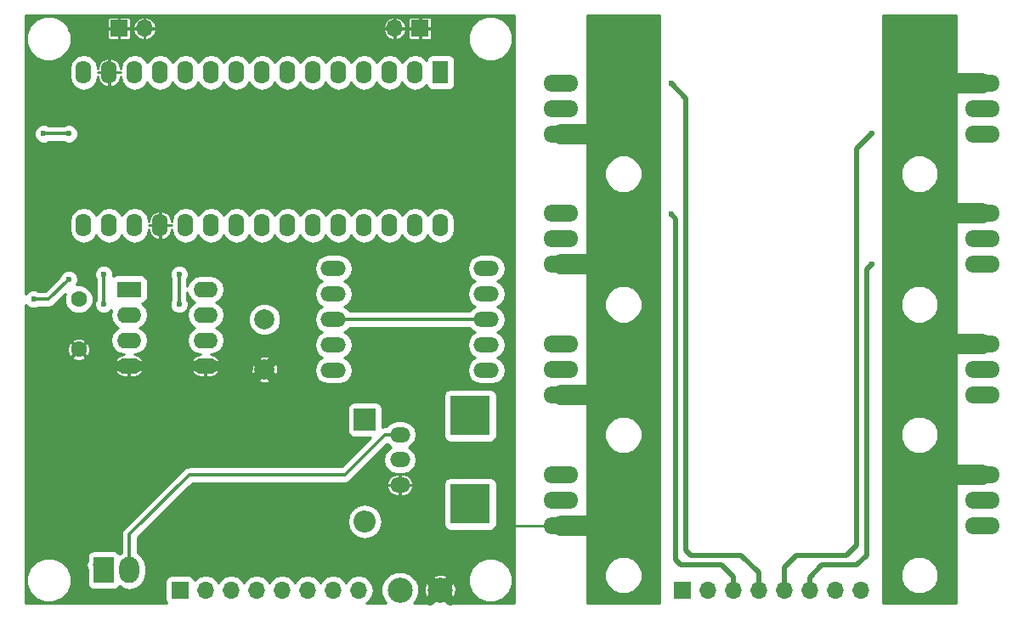
<source format=gbr>
G04 #@! TF.FileFunction,Copper,L2,Bot,Signal*
%FSLAX46Y46*%
G04 Gerber Fmt 4.6, Leading zero omitted, Abs format (unit mm)*
G04 Created by KiCad (PCBNEW 4.0.4-stable) date 02/25/17 10:50:14*
%MOMM*%
%LPD*%
G01*
G04 APERTURE LIST*
%ADD10C,0.100000*%
%ADD11C,1.600000*%
%ADD12C,2.000000*%
%ADD13R,2.200000X2.200000*%
%ADD14O,2.200000X2.200000*%
%ADD15O,2.524000X1.524000*%
%ADD16R,2.000000X2.600000*%
%ADD17O,2.000000X2.600000*%
%ADD18R,1.700000X1.700000*%
%ADD19O,1.700000X1.700000*%
%ADD20R,2.400000X1.600000*%
%ADD21O,2.400000X1.600000*%
%ADD22O,2.000000X1.524000*%
%ADD23R,4.000000X4.000000*%
%ADD24R,1.574800X2.286000*%
%ADD25O,1.574800X2.286000*%
%ADD26C,2.499360*%
%ADD27O,3.500120X1.699260*%
%ADD28C,0.600000*%
%ADD29C,1.000000*%
%ADD30C,0.350000*%
%ADD31C,0.500000*%
%ADD32C,0.250000*%
%ADD33C,2.000000*%
%ADD34C,0.254000*%
G04 APERTURE END LIST*
D10*
D11*
X76000000Y-99000000D03*
X76000000Y-104000000D03*
D12*
X94500000Y-101000000D03*
X94500000Y-106000000D03*
D13*
X104500000Y-111000000D03*
D14*
X104500000Y-121160000D03*
D15*
X116620000Y-106080000D03*
X116620000Y-103540000D03*
X116620000Y-101000000D03*
X116620000Y-98460000D03*
X116620000Y-95920000D03*
X101380000Y-95920000D03*
X101380000Y-98460000D03*
X101380000Y-101000000D03*
X101380000Y-103540000D03*
X101380000Y-106080000D03*
D16*
X78500000Y-126000000D03*
D17*
X81040000Y-126000000D03*
D18*
X86100000Y-128000000D03*
D19*
X88640000Y-128000000D03*
X91180000Y-128000000D03*
X93720000Y-128000000D03*
X96260000Y-128000000D03*
X98800000Y-128000000D03*
X101340000Y-128000000D03*
X103880000Y-128000000D03*
D20*
X81000000Y-98000000D03*
D21*
X88620000Y-105620000D03*
X81000000Y-100540000D03*
X88620000Y-103080000D03*
X81000000Y-103080000D03*
X88620000Y-100540000D03*
X81000000Y-105620000D03*
X88620000Y-98000000D03*
D18*
X80000000Y-72000000D03*
D19*
X82540000Y-72000000D03*
D18*
X110000000Y-72000000D03*
D19*
X107460000Y-72000000D03*
D22*
X108000000Y-112500000D03*
X108000000Y-115000000D03*
X108000000Y-117500000D03*
D23*
X115000000Y-119400000D03*
X115000000Y-110600000D03*
D24*
X112050000Y-76380000D03*
D25*
X109510000Y-76380000D03*
X106970000Y-76380000D03*
X104430000Y-76380000D03*
X101890000Y-76380000D03*
X99350000Y-76380000D03*
X96810000Y-76380000D03*
X94270000Y-76380000D03*
X91730000Y-76380000D03*
X89190000Y-76380000D03*
X86650000Y-76380000D03*
X84110000Y-76380000D03*
X81570000Y-76380000D03*
X79030000Y-76380000D03*
X76490000Y-76380000D03*
X76490000Y-91620000D03*
X79030000Y-91620000D03*
X81570000Y-91620000D03*
X84110000Y-91620000D03*
X86650000Y-91620000D03*
X89190000Y-91620000D03*
X91730000Y-91620000D03*
X94270000Y-91620000D03*
X96810000Y-91620000D03*
X99350000Y-91620000D03*
X101890000Y-91620000D03*
X104430000Y-91620000D03*
X106970000Y-91620000D03*
X109510000Y-91620000D03*
X112050000Y-91620000D03*
D26*
X112000000Y-128000000D03*
X108000000Y-128000000D03*
D18*
X130000000Y-72000000D03*
D19*
X132540000Y-72000000D03*
D18*
X160000000Y-72000000D03*
D19*
X157460000Y-72000000D03*
D27*
X166000000Y-119000000D03*
X166000000Y-121540000D03*
X166000000Y-116460000D03*
X166000000Y-106000000D03*
X166000000Y-108540000D03*
X166000000Y-103460000D03*
X166000000Y-93000000D03*
X166000000Y-95540000D03*
X166000000Y-90460000D03*
X166000000Y-80000000D03*
X166000000Y-82540000D03*
X166000000Y-77460000D03*
X124000000Y-80000000D03*
X124000000Y-77460000D03*
X124000000Y-82540000D03*
X124000000Y-93000000D03*
X124000000Y-90460000D03*
X124000000Y-95540000D03*
X124000000Y-106000000D03*
X124000000Y-103460000D03*
X124000000Y-108540000D03*
X124000000Y-119000000D03*
X124000000Y-116460000D03*
X124000000Y-121540000D03*
D18*
X136100000Y-128000000D03*
D19*
X138640000Y-128000000D03*
X141180000Y-128000000D03*
X143720000Y-128000000D03*
X146260000Y-128000000D03*
X148800000Y-128000000D03*
X151340000Y-128000000D03*
X153880000Y-128000000D03*
D28*
X91000000Y-96000000D03*
X71500000Y-99000000D03*
X75000000Y-97000000D03*
X72500000Y-82500000D03*
X75000000Y-82500000D03*
X86000000Y-96500000D03*
X86000000Y-99500000D03*
X78500000Y-96500000D03*
X78500000Y-99500000D03*
X135000000Y-90500000D03*
X135000000Y-77500000D03*
X155000000Y-82500000D03*
X155000000Y-95500000D03*
D29*
X94500000Y-106000000D02*
X93500000Y-107000000D01*
X94500000Y-106000000D02*
X95500000Y-107000000D01*
X94500000Y-106000000D02*
X95500000Y-105000000D01*
X94500000Y-106000000D02*
X93500000Y-105000000D01*
X112000000Y-128000000D02*
X111000000Y-129000000D01*
X112000000Y-128000000D02*
X113000000Y-129000000D01*
X112000000Y-128000000D02*
X113500000Y-126500000D01*
X112000000Y-128000000D02*
X110500000Y-126500000D01*
X81000000Y-105620000D02*
X79120000Y-105620000D01*
X79120000Y-105620000D02*
X79000000Y-105500000D01*
X81000000Y-105620000D02*
X82880000Y-105620000D01*
X82880000Y-105620000D02*
X83000000Y-105500000D01*
X88620000Y-105620000D02*
X90380000Y-105620000D01*
X90380000Y-105620000D02*
X90500000Y-105500000D01*
X88620000Y-105620000D02*
X86620000Y-105620000D01*
X86620000Y-105620000D02*
X86500000Y-105500000D01*
X111500000Y-128000000D02*
X112000000Y-128000000D01*
D30*
X116620000Y-101000000D02*
X101380000Y-101000000D01*
X73000000Y-99000000D02*
X71500000Y-99000000D01*
X75000000Y-97000000D02*
X73000000Y-99000000D01*
X77540000Y-125500000D02*
X78000000Y-125500000D01*
X81040000Y-126000000D02*
X81040000Y-122460000D01*
X106500000Y-112500000D02*
X108000000Y-112500000D01*
X102500000Y-116500000D02*
X106500000Y-112500000D01*
X87000000Y-116500000D02*
X102500000Y-116500000D01*
X81040000Y-122460000D02*
X87000000Y-116500000D01*
X75000000Y-82500000D02*
X72500000Y-82500000D01*
X86000000Y-99500000D02*
X86000000Y-96500000D01*
X78500000Y-99500000D02*
X78500000Y-96500000D01*
D31*
X141180000Y-126680000D02*
X141180000Y-128000000D01*
X140000000Y-125500000D02*
X141180000Y-126680000D01*
X136000000Y-125500000D02*
X140000000Y-125500000D01*
X135500000Y-125000000D02*
X136000000Y-125500000D01*
X135500000Y-91000000D02*
X135500000Y-125000000D01*
X135000000Y-90500000D02*
X135500000Y-91000000D01*
X143720000Y-126220000D02*
X143720000Y-128000000D01*
X142000000Y-124500000D02*
X143720000Y-126220000D01*
X137000000Y-124500000D02*
X142000000Y-124500000D01*
X136500000Y-124000000D02*
X137000000Y-124500000D01*
X136500000Y-79000000D02*
X136500000Y-124000000D01*
X135000000Y-77500000D02*
X136500000Y-79000000D01*
X146260000Y-125740000D02*
X146260000Y-128000000D01*
X147500000Y-124500000D02*
X146260000Y-125740000D01*
X152500000Y-124500000D02*
X147500000Y-124500000D01*
X153500000Y-123500000D02*
X152500000Y-124500000D01*
X153500000Y-84000000D02*
X153500000Y-123500000D01*
X155000000Y-82500000D02*
X153500000Y-84000000D01*
X148800000Y-126700000D02*
X148800000Y-128000000D01*
X150000000Y-125500000D02*
X148800000Y-126700000D01*
X153500000Y-125500000D02*
X150000000Y-125500000D01*
X154500000Y-124500000D02*
X153500000Y-125500000D01*
X154500000Y-96000000D02*
X154500000Y-124500000D01*
X155000000Y-95500000D02*
X154500000Y-96000000D01*
D32*
X124000000Y-121540000D02*
X119460000Y-121540000D01*
X119460000Y-121540000D02*
X119000000Y-122000000D01*
D33*
X124000000Y-95540000D02*
X127460000Y-95540000D01*
X127460000Y-95540000D02*
X127500000Y-95500000D01*
X124000000Y-82540000D02*
X127460000Y-82540000D01*
X127460000Y-82540000D02*
X127500000Y-82500000D01*
X166000000Y-77460000D02*
X162540000Y-77460000D01*
X162540000Y-77460000D02*
X162500000Y-77500000D01*
X124000000Y-121540000D02*
X127960000Y-121540000D01*
X127960000Y-121540000D02*
X128000000Y-121500000D01*
X166000000Y-90460000D02*
X162540000Y-90460000D01*
X162540000Y-90460000D02*
X162500000Y-90500000D01*
X124000000Y-108540000D02*
X127460000Y-108540000D01*
X127460000Y-108540000D02*
X127500000Y-108500000D01*
X166000000Y-103460000D02*
X162040000Y-103460000D01*
X162040000Y-103460000D02*
X162000000Y-103500000D01*
X166000000Y-116460000D02*
X162040000Y-116460000D01*
X162040000Y-116460000D02*
X162000000Y-116500000D01*
D34*
G36*
X119373000Y-129290000D02*
X112943530Y-129290000D01*
X113062549Y-129098470D01*
X112000000Y-128035921D01*
X110937451Y-129098470D01*
X111056470Y-129290000D01*
X109375415Y-129290000D01*
X109596822Y-129068979D01*
X109884352Y-128376531D01*
X109884438Y-128277045D01*
X110413171Y-128277045D01*
X110639982Y-128863209D01*
X110682041Y-128926156D01*
X110901530Y-129062549D01*
X111964079Y-128000000D01*
X112035921Y-128000000D01*
X113098470Y-129062549D01*
X113317959Y-128926156D01*
X113572060Y-128351296D01*
X113586829Y-127722955D01*
X113478356Y-127442619D01*
X114764613Y-127442619D01*
X115104155Y-128264372D01*
X115732321Y-128893636D01*
X116553481Y-129234611D01*
X117442619Y-129235387D01*
X118264372Y-128895845D01*
X118893636Y-128267679D01*
X119234611Y-127446519D01*
X119235387Y-126557381D01*
X118895845Y-125735628D01*
X118267679Y-125106364D01*
X117446519Y-124765389D01*
X116557381Y-124764613D01*
X115735628Y-125104155D01*
X115106364Y-125732321D01*
X114765389Y-126553481D01*
X114764613Y-127442619D01*
X113478356Y-127442619D01*
X113360018Y-127136791D01*
X113317959Y-127073844D01*
X113098470Y-126937451D01*
X112035921Y-128000000D01*
X111964079Y-128000000D01*
X110901530Y-126937451D01*
X110682041Y-127073844D01*
X110427940Y-127648704D01*
X110413171Y-128277045D01*
X109884438Y-128277045D01*
X109885006Y-127626759D01*
X109598686Y-126933809D01*
X109566464Y-126901530D01*
X110937451Y-126901530D01*
X112000000Y-127964079D01*
X113062549Y-126901530D01*
X112926156Y-126682041D01*
X112351296Y-126427940D01*
X111722955Y-126413171D01*
X111136791Y-126639982D01*
X111073844Y-126682041D01*
X110937451Y-126901530D01*
X109566464Y-126901530D01*
X109068979Y-126403178D01*
X108376531Y-126115648D01*
X107626759Y-126114994D01*
X106933809Y-126401314D01*
X106403178Y-126931021D01*
X106115648Y-127623469D01*
X106114994Y-128373241D01*
X106401314Y-129066191D01*
X106624733Y-129290000D01*
X104614489Y-129290000D01*
X104930054Y-129079147D01*
X105251961Y-128597378D01*
X105365000Y-128029093D01*
X105365000Y-127970907D01*
X105251961Y-127402622D01*
X104930054Y-126920853D01*
X104448285Y-126598946D01*
X103880000Y-126485907D01*
X103311715Y-126598946D01*
X102829946Y-126920853D01*
X102610000Y-127250026D01*
X102390054Y-126920853D01*
X101908285Y-126598946D01*
X101340000Y-126485907D01*
X100771715Y-126598946D01*
X100289946Y-126920853D01*
X100070000Y-127250026D01*
X99850054Y-126920853D01*
X99368285Y-126598946D01*
X98800000Y-126485907D01*
X98231715Y-126598946D01*
X97749946Y-126920853D01*
X97530000Y-127250026D01*
X97310054Y-126920853D01*
X96828285Y-126598946D01*
X96260000Y-126485907D01*
X95691715Y-126598946D01*
X95209946Y-126920853D01*
X94990000Y-127250026D01*
X94770054Y-126920853D01*
X94288285Y-126598946D01*
X93720000Y-126485907D01*
X93151715Y-126598946D01*
X92669946Y-126920853D01*
X92450000Y-127250026D01*
X92230054Y-126920853D01*
X91748285Y-126598946D01*
X91180000Y-126485907D01*
X90611715Y-126598946D01*
X90129946Y-126920853D01*
X89910000Y-127250026D01*
X89690054Y-126920853D01*
X89208285Y-126598946D01*
X88640000Y-126485907D01*
X88071715Y-126598946D01*
X87589946Y-126920853D01*
X87562150Y-126962452D01*
X87553162Y-126914683D01*
X87414090Y-126698559D01*
X87201890Y-126553569D01*
X86950000Y-126502560D01*
X85250000Y-126502560D01*
X85014683Y-126546838D01*
X84798559Y-126685910D01*
X84653569Y-126898110D01*
X84602560Y-127150000D01*
X84602560Y-128850000D01*
X84646838Y-129085317D01*
X84778548Y-129290000D01*
X70710000Y-129290000D01*
X70710000Y-127442619D01*
X70764613Y-127442619D01*
X71104155Y-128264372D01*
X71732321Y-128893636D01*
X72553481Y-129234611D01*
X73442619Y-129235387D01*
X74264372Y-128895845D01*
X74893636Y-128267679D01*
X75234611Y-127446519D01*
X75235387Y-126557381D01*
X74895845Y-125735628D01*
X74660629Y-125500000D01*
X76730000Y-125500000D01*
X76791658Y-125809974D01*
X76852560Y-125901120D01*
X76852560Y-127300000D01*
X76896838Y-127535317D01*
X77035910Y-127751441D01*
X77248110Y-127896431D01*
X77500000Y-127947440D01*
X79500000Y-127947440D01*
X79735317Y-127903162D01*
X79951441Y-127764090D01*
X80056951Y-127609671D01*
X80414313Y-127848452D01*
X81040000Y-127972909D01*
X81665687Y-127848452D01*
X82196120Y-127494029D01*
X82550543Y-126963596D01*
X82675000Y-126337909D01*
X82675000Y-125662091D01*
X82550543Y-125036404D01*
X82196120Y-124505971D01*
X81850000Y-124274702D01*
X81850000Y-122795512D01*
X83519503Y-121126009D01*
X102765000Y-121126009D01*
X102765000Y-121193991D01*
X102897069Y-121857947D01*
X103273170Y-122420821D01*
X103836044Y-122796922D01*
X104500000Y-122928991D01*
X105163956Y-122796922D01*
X105726830Y-122420821D01*
X106102931Y-121857947D01*
X106235000Y-121193991D01*
X106235000Y-121126009D01*
X106102931Y-120462053D01*
X105726830Y-119899179D01*
X105163956Y-119523078D01*
X104500000Y-119391009D01*
X103836044Y-119523078D01*
X103273170Y-119899179D01*
X102897069Y-120462053D01*
X102765000Y-121126009D01*
X83519503Y-121126009D01*
X86949613Y-117695899D01*
X106687512Y-117695899D01*
X106743219Y-117894501D01*
X106971738Y-118254342D01*
X107320567Y-118499341D01*
X107736600Y-118592200D01*
X107974600Y-118592200D01*
X107974600Y-117525400D01*
X108025400Y-117525400D01*
X108025400Y-118592200D01*
X108263400Y-118592200D01*
X108679433Y-118499341D01*
X109028262Y-118254342D01*
X109256781Y-117894501D01*
X109312488Y-117695899D01*
X109247330Y-117525400D01*
X108025400Y-117525400D01*
X107974600Y-117525400D01*
X106752670Y-117525400D01*
X106687512Y-117695899D01*
X86949613Y-117695899D01*
X87335513Y-117310000D01*
X102500000Y-117310000D01*
X102529656Y-117304101D01*
X106687512Y-117304101D01*
X106752670Y-117474600D01*
X107974600Y-117474600D01*
X107974600Y-116407800D01*
X108025400Y-116407800D01*
X108025400Y-117474600D01*
X109247330Y-117474600D01*
X109275839Y-117400000D01*
X112352560Y-117400000D01*
X112352560Y-121400000D01*
X112396838Y-121635317D01*
X112535910Y-121851441D01*
X112748110Y-121996431D01*
X113000000Y-122047440D01*
X117000000Y-122047440D01*
X117235317Y-122003162D01*
X117451441Y-121864090D01*
X117596431Y-121651890D01*
X117647440Y-121400000D01*
X117647440Y-117400000D01*
X117603162Y-117164683D01*
X117464090Y-116948559D01*
X117251890Y-116803569D01*
X117000000Y-116752560D01*
X113000000Y-116752560D01*
X112764683Y-116796838D01*
X112548559Y-116935910D01*
X112403569Y-117148110D01*
X112352560Y-117400000D01*
X109275839Y-117400000D01*
X109312488Y-117304101D01*
X109256781Y-117105499D01*
X109028262Y-116745658D01*
X108679433Y-116500659D01*
X108263400Y-116407800D01*
X108025400Y-116407800D01*
X107974600Y-116407800D01*
X107736600Y-116407800D01*
X107320567Y-116500659D01*
X106971738Y-116745658D01*
X106743219Y-117105499D01*
X106687512Y-117304101D01*
X102529656Y-117304101D01*
X102809974Y-117248342D01*
X103072756Y-117072756D01*
X106708312Y-113437201D01*
X106742140Y-113487828D01*
X107134507Y-113750000D01*
X106742140Y-114012172D01*
X106439308Y-114465391D01*
X106332968Y-115000000D01*
X106439308Y-115534609D01*
X106742140Y-115987828D01*
X107195359Y-116290660D01*
X107729968Y-116397000D01*
X108270032Y-116397000D01*
X108804641Y-116290660D01*
X109257860Y-115987828D01*
X109560692Y-115534609D01*
X109667032Y-115000000D01*
X109560692Y-114465391D01*
X109257860Y-114012172D01*
X108865493Y-113750000D01*
X109257860Y-113487828D01*
X109560692Y-113034609D01*
X109667032Y-112500000D01*
X109560692Y-111965391D01*
X109257860Y-111512172D01*
X108804641Y-111209340D01*
X108270032Y-111103000D01*
X107729968Y-111103000D01*
X107195359Y-111209340D01*
X106742140Y-111512172D01*
X106623319Y-111690000D01*
X106500000Y-111690000D01*
X106247440Y-111740238D01*
X106247440Y-109900000D01*
X106203162Y-109664683D01*
X106064090Y-109448559D01*
X105851890Y-109303569D01*
X105600000Y-109252560D01*
X103400000Y-109252560D01*
X103164683Y-109296838D01*
X102948559Y-109435910D01*
X102803569Y-109648110D01*
X102752560Y-109900000D01*
X102752560Y-112100000D01*
X102796838Y-112335317D01*
X102935910Y-112551441D01*
X103148110Y-112696431D01*
X103400000Y-112747440D01*
X105107047Y-112747440D01*
X102164488Y-115690000D01*
X87000000Y-115690000D01*
X86827897Y-115724234D01*
X86690027Y-115751657D01*
X86427244Y-115927243D01*
X80467244Y-121887244D01*
X80291658Y-122150026D01*
X80230000Y-122460000D01*
X80230000Y-124274702D01*
X80055808Y-124391093D01*
X79964090Y-124248559D01*
X79751890Y-124103569D01*
X79500000Y-124052560D01*
X77500000Y-124052560D01*
X77264683Y-124096838D01*
X77048559Y-124235910D01*
X76903569Y-124448110D01*
X76852560Y-124700000D01*
X76852560Y-125098880D01*
X76791658Y-125190026D01*
X76730000Y-125500000D01*
X74660629Y-125500000D01*
X74267679Y-125106364D01*
X73446519Y-124765389D01*
X72557381Y-124764613D01*
X71735628Y-125104155D01*
X71106364Y-125732321D01*
X70765389Y-126553481D01*
X70764613Y-127442619D01*
X70710000Y-127442619D01*
X70710000Y-108600000D01*
X112352560Y-108600000D01*
X112352560Y-112600000D01*
X112396838Y-112835317D01*
X112535910Y-113051441D01*
X112748110Y-113196431D01*
X113000000Y-113247440D01*
X117000000Y-113247440D01*
X117235317Y-113203162D01*
X117451441Y-113064090D01*
X117596431Y-112851890D01*
X117647440Y-112600000D01*
X117647440Y-108600000D01*
X117603162Y-108364683D01*
X117464090Y-108148559D01*
X117251890Y-108003569D01*
X117000000Y-107952560D01*
X113000000Y-107952560D01*
X112764683Y-107996838D01*
X112548559Y-108135910D01*
X112403569Y-108348110D01*
X112352560Y-108600000D01*
X70710000Y-108600000D01*
X70710000Y-106918431D01*
X93617490Y-106918431D01*
X93723499Y-107111975D01*
X94208141Y-107324485D01*
X94737216Y-107335354D01*
X95230177Y-107142928D01*
X95276501Y-107111975D01*
X95382510Y-106918431D01*
X94500000Y-106035921D01*
X93617490Y-106918431D01*
X70710000Y-106918431D01*
X70710000Y-105821845D01*
X79487970Y-105821845D01*
X79546112Y-106029042D01*
X79782868Y-106401211D01*
X80144025Y-106654448D01*
X80574600Y-106750200D01*
X80974600Y-106750200D01*
X80974600Y-105645400D01*
X81025400Y-105645400D01*
X81025400Y-106750200D01*
X81425400Y-106750200D01*
X81855975Y-106654448D01*
X82217132Y-106401211D01*
X82453888Y-106029042D01*
X82512030Y-105821845D01*
X87107970Y-105821845D01*
X87166112Y-106029042D01*
X87402868Y-106401211D01*
X87764025Y-106654448D01*
X88194600Y-106750200D01*
X88594600Y-106750200D01*
X88594600Y-105645400D01*
X88645400Y-105645400D01*
X88645400Y-106750200D01*
X89045400Y-106750200D01*
X89475975Y-106654448D01*
X89837132Y-106401211D01*
X89941457Y-106237216D01*
X93164646Y-106237216D01*
X93357072Y-106730177D01*
X93388025Y-106776501D01*
X93581569Y-106882510D01*
X94464079Y-106000000D01*
X94535921Y-106000000D01*
X95418431Y-106882510D01*
X95611975Y-106776501D01*
X95824485Y-106291859D01*
X95835354Y-105762784D01*
X95642928Y-105269823D01*
X95611975Y-105223499D01*
X95418431Y-105117490D01*
X94535921Y-106000000D01*
X94464079Y-106000000D01*
X93581569Y-105117490D01*
X93388025Y-105223499D01*
X93175515Y-105708141D01*
X93164646Y-106237216D01*
X89941457Y-106237216D01*
X90073888Y-106029042D01*
X90132030Y-105821845D01*
X90067342Y-105645400D01*
X88645400Y-105645400D01*
X88594600Y-105645400D01*
X87172658Y-105645400D01*
X87107970Y-105821845D01*
X82512030Y-105821845D01*
X82447342Y-105645400D01*
X81025400Y-105645400D01*
X80974600Y-105645400D01*
X79552658Y-105645400D01*
X79487970Y-105821845D01*
X70710000Y-105821845D01*
X70710000Y-104774204D01*
X75261717Y-104774204D01*
X75343383Y-104946967D01*
X75755754Y-105126159D01*
X76205309Y-105133904D01*
X76623607Y-104969023D01*
X76656617Y-104946967D01*
X76738283Y-104774204D01*
X76000000Y-104035921D01*
X75261717Y-104774204D01*
X70710000Y-104774204D01*
X70710000Y-104205309D01*
X74866096Y-104205309D01*
X75030977Y-104623607D01*
X75053033Y-104656617D01*
X75225796Y-104738283D01*
X75964079Y-104000000D01*
X76035921Y-104000000D01*
X76774204Y-104738283D01*
X76946967Y-104656617D01*
X77126159Y-104244246D01*
X77133904Y-103794691D01*
X76969023Y-103376393D01*
X76946967Y-103343383D01*
X76774204Y-103261717D01*
X76035921Y-104000000D01*
X75964079Y-104000000D01*
X75225796Y-103261717D01*
X75053033Y-103343383D01*
X74873841Y-103755754D01*
X74866096Y-104205309D01*
X70710000Y-104205309D01*
X70710000Y-103225796D01*
X75261717Y-103225796D01*
X76000000Y-103964079D01*
X76738283Y-103225796D01*
X76656617Y-103053033D01*
X76244246Y-102873841D01*
X75794691Y-102866096D01*
X75376393Y-103030977D01*
X75343383Y-103053033D01*
X75261717Y-103225796D01*
X70710000Y-103225796D01*
X70710000Y-99532065D01*
X70969673Y-99792192D01*
X71313201Y-99934838D01*
X71685167Y-99935162D01*
X71988083Y-99810000D01*
X73000000Y-99810000D01*
X73309974Y-99748342D01*
X73572756Y-99572756D01*
X74659725Y-98485787D01*
X74565250Y-98713309D01*
X74564752Y-99284187D01*
X74782757Y-99811800D01*
X75186077Y-100215824D01*
X75713309Y-100434750D01*
X76284187Y-100435248D01*
X76811800Y-100217243D01*
X77215824Y-99813923D01*
X77434750Y-99286691D01*
X77435248Y-98715813D01*
X77217243Y-98188200D01*
X76813923Y-97784176D01*
X76286691Y-97565250D01*
X75757670Y-97564789D01*
X75792192Y-97530327D01*
X75934838Y-97186799D01*
X75935162Y-96814833D01*
X75881586Y-96685167D01*
X77564838Y-96685167D01*
X77690000Y-96988083D01*
X77690000Y-99012559D01*
X77565162Y-99313201D01*
X77564838Y-99685167D01*
X77706883Y-100028943D01*
X77969673Y-100292192D01*
X78313201Y-100434838D01*
X78685167Y-100435162D01*
X79028943Y-100293117D01*
X79215128Y-100107257D01*
X79129050Y-100540000D01*
X79238283Y-101089151D01*
X79549352Y-101554698D01*
X79931438Y-101810000D01*
X79549352Y-102065302D01*
X79238283Y-102530849D01*
X79129050Y-103080000D01*
X79238283Y-103629151D01*
X79549352Y-104094698D01*
X80014899Y-104405767D01*
X80509803Y-104504210D01*
X80144025Y-104585552D01*
X79782868Y-104838789D01*
X79546112Y-105210958D01*
X79487970Y-105418155D01*
X79552658Y-105594600D01*
X80974600Y-105594600D01*
X80974600Y-105574600D01*
X81025400Y-105574600D01*
X81025400Y-105594600D01*
X82447342Y-105594600D01*
X82512030Y-105418155D01*
X82453888Y-105210958D01*
X82217132Y-104838789D01*
X81855975Y-104585552D01*
X81490197Y-104504210D01*
X81985101Y-104405767D01*
X82450648Y-104094698D01*
X82761717Y-103629151D01*
X82870950Y-103080000D01*
X82761717Y-102530849D01*
X82450648Y-102065302D01*
X82068562Y-101810000D01*
X82450648Y-101554698D01*
X82761717Y-101089151D01*
X82870950Y-100540000D01*
X82761717Y-99990849D01*
X82450648Y-99525302D01*
X82304650Y-99427749D01*
X82435317Y-99403162D01*
X82651441Y-99264090D01*
X82796431Y-99051890D01*
X82847440Y-98800000D01*
X82847440Y-97200000D01*
X82803162Y-96964683D01*
X82664090Y-96748559D01*
X82571313Y-96685167D01*
X85064838Y-96685167D01*
X85190000Y-96988083D01*
X85190000Y-99012559D01*
X85065162Y-99313201D01*
X85064838Y-99685167D01*
X85206883Y-100028943D01*
X85469673Y-100292192D01*
X85813201Y-100434838D01*
X86185167Y-100435162D01*
X86528943Y-100293117D01*
X86792192Y-100030327D01*
X86934838Y-99686799D01*
X86935162Y-99314833D01*
X86810000Y-99011917D01*
X86810000Y-98306416D01*
X86858283Y-98549151D01*
X87169352Y-99014698D01*
X87551438Y-99270000D01*
X87169352Y-99525302D01*
X86858283Y-99990849D01*
X86749050Y-100540000D01*
X86858283Y-101089151D01*
X87169352Y-101554698D01*
X87551438Y-101810000D01*
X87169352Y-102065302D01*
X86858283Y-102530849D01*
X86749050Y-103080000D01*
X86858283Y-103629151D01*
X87169352Y-104094698D01*
X87634899Y-104405767D01*
X88129803Y-104504210D01*
X87764025Y-104585552D01*
X87402868Y-104838789D01*
X87166112Y-105210958D01*
X87107970Y-105418155D01*
X87172658Y-105594600D01*
X88594600Y-105594600D01*
X88594600Y-105574600D01*
X88645400Y-105574600D01*
X88645400Y-105594600D01*
X90067342Y-105594600D01*
X90132030Y-105418155D01*
X90073888Y-105210958D01*
X89991577Y-105081569D01*
X93617490Y-105081569D01*
X94500000Y-105964079D01*
X95382510Y-105081569D01*
X95276501Y-104888025D01*
X94791859Y-104675515D01*
X94262784Y-104664646D01*
X93769823Y-104857072D01*
X93723499Y-104888025D01*
X93617490Y-105081569D01*
X89991577Y-105081569D01*
X89837132Y-104838789D01*
X89475975Y-104585552D01*
X89110197Y-104504210D01*
X89605101Y-104405767D01*
X90070648Y-104094698D01*
X90381717Y-103629151D01*
X90490950Y-103080000D01*
X90381717Y-102530849D01*
X90070648Y-102065302D01*
X89688562Y-101810000D01*
X90070648Y-101554698D01*
X90224932Y-101323795D01*
X92864716Y-101323795D01*
X93113106Y-101924943D01*
X93572637Y-102385278D01*
X94173352Y-102634716D01*
X94823795Y-102635284D01*
X95424943Y-102386894D01*
X95885278Y-101927363D01*
X96134716Y-101326648D01*
X96135284Y-100676205D01*
X95886894Y-100075057D01*
X95427363Y-99614722D01*
X94826648Y-99365284D01*
X94176205Y-99364716D01*
X93575057Y-99613106D01*
X93114722Y-100072637D01*
X92865284Y-100673352D01*
X92864716Y-101323795D01*
X90224932Y-101323795D01*
X90381717Y-101089151D01*
X90490950Y-100540000D01*
X90381717Y-99990849D01*
X90070648Y-99525302D01*
X89688562Y-99270000D01*
X90070648Y-99014698D01*
X90381717Y-98549151D01*
X90490950Y-98000000D01*
X90381717Y-97450849D01*
X90070648Y-96985302D01*
X89605101Y-96674233D01*
X89055950Y-96565000D01*
X88184050Y-96565000D01*
X87634899Y-96674233D01*
X87169352Y-96985302D01*
X86858283Y-97450849D01*
X86810000Y-97693584D01*
X86810000Y-96987441D01*
X86934838Y-96686799D01*
X86935162Y-96314833D01*
X86793117Y-95971057D01*
X86742150Y-95920000D01*
X99445836Y-95920000D01*
X99552176Y-96454609D01*
X99855008Y-96907828D01*
X100277307Y-97190000D01*
X99855008Y-97472172D01*
X99552176Y-97925391D01*
X99445836Y-98460000D01*
X99552176Y-98994609D01*
X99855008Y-99447828D01*
X100277307Y-99730000D01*
X99855008Y-100012172D01*
X99552176Y-100465391D01*
X99445836Y-101000000D01*
X99552176Y-101534609D01*
X99855008Y-101987828D01*
X100277307Y-102270000D01*
X99855008Y-102552172D01*
X99552176Y-103005391D01*
X99445836Y-103540000D01*
X99552176Y-104074609D01*
X99855008Y-104527828D01*
X100277307Y-104810000D01*
X99855008Y-105092172D01*
X99552176Y-105545391D01*
X99445836Y-106080000D01*
X99552176Y-106614609D01*
X99855008Y-107067828D01*
X100308227Y-107370660D01*
X100842836Y-107477000D01*
X101917164Y-107477000D01*
X102451773Y-107370660D01*
X102904992Y-107067828D01*
X103207824Y-106614609D01*
X103314164Y-106080000D01*
X103207824Y-105545391D01*
X102904992Y-105092172D01*
X102482693Y-104810000D01*
X102904992Y-104527828D01*
X103207824Y-104074609D01*
X103314164Y-103540000D01*
X103207824Y-103005391D01*
X102904992Y-102552172D01*
X102482693Y-102270000D01*
X102904992Y-101987828D01*
X103023813Y-101810000D01*
X114976187Y-101810000D01*
X115095008Y-101987828D01*
X115517307Y-102270000D01*
X115095008Y-102552172D01*
X114792176Y-103005391D01*
X114685836Y-103540000D01*
X114792176Y-104074609D01*
X115095008Y-104527828D01*
X115517307Y-104810000D01*
X115095008Y-105092172D01*
X114792176Y-105545391D01*
X114685836Y-106080000D01*
X114792176Y-106614609D01*
X115095008Y-107067828D01*
X115548227Y-107370660D01*
X116082836Y-107477000D01*
X117157164Y-107477000D01*
X117691773Y-107370660D01*
X118144992Y-107067828D01*
X118447824Y-106614609D01*
X118554164Y-106080000D01*
X118447824Y-105545391D01*
X118144992Y-105092172D01*
X117722693Y-104810000D01*
X118144992Y-104527828D01*
X118447824Y-104074609D01*
X118554164Y-103540000D01*
X118447824Y-103005391D01*
X118144992Y-102552172D01*
X117722693Y-102270000D01*
X118144992Y-101987828D01*
X118447824Y-101534609D01*
X118554164Y-101000000D01*
X118447824Y-100465391D01*
X118144992Y-100012172D01*
X117722693Y-99730000D01*
X118144992Y-99447828D01*
X118447824Y-98994609D01*
X118554164Y-98460000D01*
X118447824Y-97925391D01*
X118144992Y-97472172D01*
X117722693Y-97190000D01*
X118144992Y-96907828D01*
X118447824Y-96454609D01*
X118554164Y-95920000D01*
X118447824Y-95385391D01*
X118144992Y-94932172D01*
X117691773Y-94629340D01*
X117157164Y-94523000D01*
X116082836Y-94523000D01*
X115548227Y-94629340D01*
X115095008Y-94932172D01*
X114792176Y-95385391D01*
X114685836Y-95920000D01*
X114792176Y-96454609D01*
X115095008Y-96907828D01*
X115517307Y-97190000D01*
X115095008Y-97472172D01*
X114792176Y-97925391D01*
X114685836Y-98460000D01*
X114792176Y-98994609D01*
X115095008Y-99447828D01*
X115517307Y-99730000D01*
X115095008Y-100012172D01*
X114976187Y-100190000D01*
X103023813Y-100190000D01*
X102904992Y-100012172D01*
X102482693Y-99730000D01*
X102904992Y-99447828D01*
X103207824Y-98994609D01*
X103314164Y-98460000D01*
X103207824Y-97925391D01*
X102904992Y-97472172D01*
X102482693Y-97190000D01*
X102904992Y-96907828D01*
X103207824Y-96454609D01*
X103314164Y-95920000D01*
X103207824Y-95385391D01*
X102904992Y-94932172D01*
X102451773Y-94629340D01*
X101917164Y-94523000D01*
X100842836Y-94523000D01*
X100308227Y-94629340D01*
X99855008Y-94932172D01*
X99552176Y-95385391D01*
X99445836Y-95920000D01*
X86742150Y-95920000D01*
X86530327Y-95707808D01*
X86186799Y-95565162D01*
X85814833Y-95564838D01*
X85471057Y-95706883D01*
X85207808Y-95969673D01*
X85065162Y-96313201D01*
X85064838Y-96685167D01*
X82571313Y-96685167D01*
X82451890Y-96603569D01*
X82200000Y-96552560D01*
X79800000Y-96552560D01*
X79564683Y-96596838D01*
X79434844Y-96680387D01*
X79435162Y-96314833D01*
X79293117Y-95971057D01*
X79030327Y-95707808D01*
X78686799Y-95565162D01*
X78314833Y-95564838D01*
X77971057Y-95706883D01*
X77707808Y-95969673D01*
X77565162Y-96313201D01*
X77564838Y-96685167D01*
X75881586Y-96685167D01*
X75793117Y-96471057D01*
X75530327Y-96207808D01*
X75186799Y-96065162D01*
X74814833Y-96064838D01*
X74471057Y-96206883D01*
X74207808Y-96469673D01*
X74082116Y-96772371D01*
X72664488Y-98190000D01*
X71987441Y-98190000D01*
X71686799Y-98065162D01*
X71314833Y-98064838D01*
X70971057Y-98206883D01*
X70710000Y-98467485D01*
X70710000Y-91229567D01*
X75067600Y-91229567D01*
X75067600Y-92010433D01*
X75175874Y-92554762D01*
X75484211Y-93016222D01*
X75945671Y-93324559D01*
X76490000Y-93432833D01*
X77034329Y-93324559D01*
X77495789Y-93016222D01*
X77760000Y-92620801D01*
X78024211Y-93016222D01*
X78485671Y-93324559D01*
X79030000Y-93432833D01*
X79574329Y-93324559D01*
X80035789Y-93016222D01*
X80300000Y-92620801D01*
X80564211Y-93016222D01*
X81025671Y-93324559D01*
X81570000Y-93432833D01*
X82114329Y-93324559D01*
X82575789Y-93016222D01*
X82884126Y-92554762D01*
X82992400Y-92010433D01*
X82992400Y-92001000D01*
X83087192Y-92426754D01*
X83337698Y-92783824D01*
X83705780Y-93017849D01*
X83910127Y-93075182D01*
X84084600Y-93010338D01*
X84084600Y-91645400D01*
X82992400Y-91645400D01*
X82992400Y-91594600D01*
X84084600Y-91594600D01*
X84084600Y-90229662D01*
X84135400Y-90229662D01*
X84135400Y-91594600D01*
X85227600Y-91594600D01*
X85227600Y-91645400D01*
X84135400Y-91645400D01*
X84135400Y-93010338D01*
X84309873Y-93075182D01*
X84514220Y-93017849D01*
X84882302Y-92783824D01*
X85132808Y-92426754D01*
X85227600Y-92001000D01*
X85227600Y-92010433D01*
X85335874Y-92554762D01*
X85644211Y-93016222D01*
X86105671Y-93324559D01*
X86650000Y-93432833D01*
X87194329Y-93324559D01*
X87655789Y-93016222D01*
X87920000Y-92620801D01*
X88184211Y-93016222D01*
X88645671Y-93324559D01*
X89190000Y-93432833D01*
X89734329Y-93324559D01*
X90195789Y-93016222D01*
X90460000Y-92620801D01*
X90724211Y-93016222D01*
X91185671Y-93324559D01*
X91730000Y-93432833D01*
X92274329Y-93324559D01*
X92735789Y-93016222D01*
X93000000Y-92620801D01*
X93264211Y-93016222D01*
X93725671Y-93324559D01*
X94270000Y-93432833D01*
X94814329Y-93324559D01*
X95275789Y-93016222D01*
X95540000Y-92620801D01*
X95804211Y-93016222D01*
X96265671Y-93324559D01*
X96810000Y-93432833D01*
X97354329Y-93324559D01*
X97815789Y-93016222D01*
X98080000Y-92620801D01*
X98344211Y-93016222D01*
X98805671Y-93324559D01*
X99350000Y-93432833D01*
X99894329Y-93324559D01*
X100355789Y-93016222D01*
X100620000Y-92620801D01*
X100884211Y-93016222D01*
X101345671Y-93324559D01*
X101890000Y-93432833D01*
X102434329Y-93324559D01*
X102895789Y-93016222D01*
X103160000Y-92620801D01*
X103424211Y-93016222D01*
X103885671Y-93324559D01*
X104430000Y-93432833D01*
X104974329Y-93324559D01*
X105435789Y-93016222D01*
X105700000Y-92620801D01*
X105964211Y-93016222D01*
X106425671Y-93324559D01*
X106970000Y-93432833D01*
X107514329Y-93324559D01*
X107975789Y-93016222D01*
X108240000Y-92620801D01*
X108504211Y-93016222D01*
X108965671Y-93324559D01*
X109510000Y-93432833D01*
X110054329Y-93324559D01*
X110515789Y-93016222D01*
X110780000Y-92620801D01*
X111044211Y-93016222D01*
X111505671Y-93324559D01*
X112050000Y-93432833D01*
X112594329Y-93324559D01*
X113055789Y-93016222D01*
X113364126Y-92554762D01*
X113472400Y-92010433D01*
X113472400Y-91229567D01*
X113364126Y-90685238D01*
X113055789Y-90223778D01*
X112594329Y-89915441D01*
X112050000Y-89807167D01*
X111505671Y-89915441D01*
X111044211Y-90223778D01*
X110780000Y-90619199D01*
X110515789Y-90223778D01*
X110054329Y-89915441D01*
X109510000Y-89807167D01*
X108965671Y-89915441D01*
X108504211Y-90223778D01*
X108240000Y-90619199D01*
X107975789Y-90223778D01*
X107514329Y-89915441D01*
X106970000Y-89807167D01*
X106425671Y-89915441D01*
X105964211Y-90223778D01*
X105700000Y-90619199D01*
X105435789Y-90223778D01*
X104974329Y-89915441D01*
X104430000Y-89807167D01*
X103885671Y-89915441D01*
X103424211Y-90223778D01*
X103160000Y-90619199D01*
X102895789Y-90223778D01*
X102434329Y-89915441D01*
X101890000Y-89807167D01*
X101345671Y-89915441D01*
X100884211Y-90223778D01*
X100620000Y-90619199D01*
X100355789Y-90223778D01*
X99894329Y-89915441D01*
X99350000Y-89807167D01*
X98805671Y-89915441D01*
X98344211Y-90223778D01*
X98080000Y-90619199D01*
X97815789Y-90223778D01*
X97354329Y-89915441D01*
X96810000Y-89807167D01*
X96265671Y-89915441D01*
X95804211Y-90223778D01*
X95540000Y-90619199D01*
X95275789Y-90223778D01*
X94814329Y-89915441D01*
X94270000Y-89807167D01*
X93725671Y-89915441D01*
X93264211Y-90223778D01*
X93000000Y-90619199D01*
X92735789Y-90223778D01*
X92274329Y-89915441D01*
X91730000Y-89807167D01*
X91185671Y-89915441D01*
X90724211Y-90223778D01*
X90460000Y-90619199D01*
X90195789Y-90223778D01*
X89734329Y-89915441D01*
X89190000Y-89807167D01*
X88645671Y-89915441D01*
X88184211Y-90223778D01*
X87920000Y-90619199D01*
X87655789Y-90223778D01*
X87194329Y-89915441D01*
X86650000Y-89807167D01*
X86105671Y-89915441D01*
X85644211Y-90223778D01*
X85335874Y-90685238D01*
X85227600Y-91229567D01*
X85227600Y-91239000D01*
X85132808Y-90813246D01*
X84882302Y-90456176D01*
X84514220Y-90222151D01*
X84309873Y-90164818D01*
X84135400Y-90229662D01*
X84084600Y-90229662D01*
X83910127Y-90164818D01*
X83705780Y-90222151D01*
X83337698Y-90456176D01*
X83087192Y-90813246D01*
X82992400Y-91239000D01*
X82992400Y-91229567D01*
X82884126Y-90685238D01*
X82575789Y-90223778D01*
X82114329Y-89915441D01*
X81570000Y-89807167D01*
X81025671Y-89915441D01*
X80564211Y-90223778D01*
X80300000Y-90619199D01*
X80035789Y-90223778D01*
X79574329Y-89915441D01*
X79030000Y-89807167D01*
X78485671Y-89915441D01*
X78024211Y-90223778D01*
X77760000Y-90619199D01*
X77495789Y-90223778D01*
X77034329Y-89915441D01*
X76490000Y-89807167D01*
X75945671Y-89915441D01*
X75484211Y-90223778D01*
X75175874Y-90685238D01*
X75067600Y-91229567D01*
X70710000Y-91229567D01*
X70710000Y-82685167D01*
X71564838Y-82685167D01*
X71706883Y-83028943D01*
X71969673Y-83292192D01*
X72313201Y-83434838D01*
X72685167Y-83435162D01*
X72988083Y-83310000D01*
X74512559Y-83310000D01*
X74813201Y-83434838D01*
X75185167Y-83435162D01*
X75528943Y-83293117D01*
X75792192Y-83030327D01*
X75934838Y-82686799D01*
X75935162Y-82314833D01*
X75793117Y-81971057D01*
X75530327Y-81707808D01*
X75186799Y-81565162D01*
X74814833Y-81564838D01*
X74511917Y-81690000D01*
X72987441Y-81690000D01*
X72686799Y-81565162D01*
X72314833Y-81564838D01*
X71971057Y-81706883D01*
X71707808Y-81969673D01*
X71565162Y-82313201D01*
X71564838Y-82685167D01*
X70710000Y-82685167D01*
X70710000Y-75989567D01*
X75067600Y-75989567D01*
X75067600Y-76770433D01*
X75175874Y-77314762D01*
X75484211Y-77776222D01*
X75945671Y-78084559D01*
X76490000Y-78192833D01*
X77034329Y-78084559D01*
X77495789Y-77776222D01*
X77804126Y-77314762D01*
X77912400Y-76770433D01*
X77912400Y-76761000D01*
X78007192Y-77186754D01*
X78257698Y-77543824D01*
X78625780Y-77777849D01*
X78830127Y-77835182D01*
X79004600Y-77770338D01*
X79004600Y-76405400D01*
X77912400Y-76405400D01*
X77912400Y-76354600D01*
X79004600Y-76354600D01*
X79004600Y-74989662D01*
X79055400Y-74989662D01*
X79055400Y-76354600D01*
X80147600Y-76354600D01*
X80147600Y-76405400D01*
X79055400Y-76405400D01*
X79055400Y-77770338D01*
X79229873Y-77835182D01*
X79434220Y-77777849D01*
X79802302Y-77543824D01*
X80052808Y-77186754D01*
X80147600Y-76761000D01*
X80147600Y-76770433D01*
X80255874Y-77314762D01*
X80564211Y-77776222D01*
X81025671Y-78084559D01*
X81570000Y-78192833D01*
X82114329Y-78084559D01*
X82575789Y-77776222D01*
X82840000Y-77380801D01*
X83104211Y-77776222D01*
X83565671Y-78084559D01*
X84110000Y-78192833D01*
X84654329Y-78084559D01*
X85115789Y-77776222D01*
X85380000Y-77380801D01*
X85644211Y-77776222D01*
X86105671Y-78084559D01*
X86650000Y-78192833D01*
X87194329Y-78084559D01*
X87655789Y-77776222D01*
X87920000Y-77380801D01*
X88184211Y-77776222D01*
X88645671Y-78084559D01*
X89190000Y-78192833D01*
X89734329Y-78084559D01*
X90195789Y-77776222D01*
X90460000Y-77380801D01*
X90724211Y-77776222D01*
X91185671Y-78084559D01*
X91730000Y-78192833D01*
X92274329Y-78084559D01*
X92735789Y-77776222D01*
X93000000Y-77380801D01*
X93264211Y-77776222D01*
X93725671Y-78084559D01*
X94270000Y-78192833D01*
X94814329Y-78084559D01*
X95275789Y-77776222D01*
X95540000Y-77380801D01*
X95804211Y-77776222D01*
X96265671Y-78084559D01*
X96810000Y-78192833D01*
X97354329Y-78084559D01*
X97815789Y-77776222D01*
X98080000Y-77380801D01*
X98344211Y-77776222D01*
X98805671Y-78084559D01*
X99350000Y-78192833D01*
X99894329Y-78084559D01*
X100355789Y-77776222D01*
X100620000Y-77380801D01*
X100884211Y-77776222D01*
X101345671Y-78084559D01*
X101890000Y-78192833D01*
X102434329Y-78084559D01*
X102895789Y-77776222D01*
X103160000Y-77380801D01*
X103424211Y-77776222D01*
X103885671Y-78084559D01*
X104430000Y-78192833D01*
X104974329Y-78084559D01*
X105435789Y-77776222D01*
X105700000Y-77380801D01*
X105964211Y-77776222D01*
X106425671Y-78084559D01*
X106970000Y-78192833D01*
X107514329Y-78084559D01*
X107975789Y-77776222D01*
X108240000Y-77380801D01*
X108504211Y-77776222D01*
X108965671Y-78084559D01*
X109510000Y-78192833D01*
X110054329Y-78084559D01*
X110515789Y-77776222D01*
X110630503Y-77604540D01*
X110659438Y-77758317D01*
X110798510Y-77974441D01*
X111010710Y-78119431D01*
X111262600Y-78170440D01*
X112837400Y-78170440D01*
X113072717Y-78126162D01*
X113288841Y-77987090D01*
X113433831Y-77774890D01*
X113484840Y-77523000D01*
X113484840Y-75237000D01*
X113440562Y-75001683D01*
X113301490Y-74785559D01*
X113089290Y-74640569D01*
X112837400Y-74589560D01*
X111262600Y-74589560D01*
X111027283Y-74633838D01*
X110811159Y-74772910D01*
X110666169Y-74985110D01*
X110631400Y-75156803D01*
X110515789Y-74983778D01*
X110054329Y-74675441D01*
X109510000Y-74567167D01*
X108965671Y-74675441D01*
X108504211Y-74983778D01*
X108240000Y-75379199D01*
X107975789Y-74983778D01*
X107514329Y-74675441D01*
X106970000Y-74567167D01*
X106425671Y-74675441D01*
X105964211Y-74983778D01*
X105700000Y-75379199D01*
X105435789Y-74983778D01*
X104974329Y-74675441D01*
X104430000Y-74567167D01*
X103885671Y-74675441D01*
X103424211Y-74983778D01*
X103160000Y-75379199D01*
X102895789Y-74983778D01*
X102434329Y-74675441D01*
X101890000Y-74567167D01*
X101345671Y-74675441D01*
X100884211Y-74983778D01*
X100620000Y-75379199D01*
X100355789Y-74983778D01*
X99894329Y-74675441D01*
X99350000Y-74567167D01*
X98805671Y-74675441D01*
X98344211Y-74983778D01*
X98080000Y-75379199D01*
X97815789Y-74983778D01*
X97354329Y-74675441D01*
X96810000Y-74567167D01*
X96265671Y-74675441D01*
X95804211Y-74983778D01*
X95540000Y-75379199D01*
X95275789Y-74983778D01*
X94814329Y-74675441D01*
X94270000Y-74567167D01*
X93725671Y-74675441D01*
X93264211Y-74983778D01*
X93000000Y-75379199D01*
X92735789Y-74983778D01*
X92274329Y-74675441D01*
X91730000Y-74567167D01*
X91185671Y-74675441D01*
X90724211Y-74983778D01*
X90460000Y-75379199D01*
X90195789Y-74983778D01*
X89734329Y-74675441D01*
X89190000Y-74567167D01*
X88645671Y-74675441D01*
X88184211Y-74983778D01*
X87920000Y-75379199D01*
X87655789Y-74983778D01*
X87194329Y-74675441D01*
X86650000Y-74567167D01*
X86105671Y-74675441D01*
X85644211Y-74983778D01*
X85380000Y-75379199D01*
X85115789Y-74983778D01*
X84654329Y-74675441D01*
X84110000Y-74567167D01*
X83565671Y-74675441D01*
X83104211Y-74983778D01*
X82840000Y-75379199D01*
X82575789Y-74983778D01*
X82114329Y-74675441D01*
X81570000Y-74567167D01*
X81025671Y-74675441D01*
X80564211Y-74983778D01*
X80255874Y-75445238D01*
X80147600Y-75989567D01*
X80147600Y-75999000D01*
X80052808Y-75573246D01*
X79802302Y-75216176D01*
X79434220Y-74982151D01*
X79229873Y-74924818D01*
X79055400Y-74989662D01*
X79004600Y-74989662D01*
X78830127Y-74924818D01*
X78625780Y-74982151D01*
X78257698Y-75216176D01*
X78007192Y-75573246D01*
X77912400Y-75999000D01*
X77912400Y-75989567D01*
X77804126Y-75445238D01*
X77495789Y-74983778D01*
X77034329Y-74675441D01*
X76490000Y-74567167D01*
X75945671Y-74675441D01*
X75484211Y-74983778D01*
X75175874Y-75445238D01*
X75067600Y-75989567D01*
X70710000Y-75989567D01*
X70710000Y-73442619D01*
X70764613Y-73442619D01*
X71104155Y-74264372D01*
X71732321Y-74893636D01*
X72553481Y-75234611D01*
X73442619Y-75235387D01*
X74264372Y-74895845D01*
X74893636Y-74267679D01*
X75234611Y-73446519D01*
X75234614Y-73442619D01*
X114764613Y-73442619D01*
X115104155Y-74264372D01*
X115732321Y-74893636D01*
X116553481Y-75234611D01*
X117442619Y-75235387D01*
X118264372Y-74895845D01*
X118893636Y-74267679D01*
X119234611Y-73446519D01*
X119235387Y-72557381D01*
X118895845Y-71735628D01*
X118267679Y-71106364D01*
X117446519Y-70765389D01*
X116557381Y-70764613D01*
X115735628Y-71104155D01*
X115106364Y-71732321D01*
X114765389Y-72553481D01*
X114764613Y-73442619D01*
X75234614Y-73442619D01*
X75235387Y-72557381D01*
X75049686Y-72107950D01*
X78819800Y-72107950D01*
X78819800Y-72915681D01*
X78870070Y-73037043D01*
X78962957Y-73129930D01*
X79084319Y-73180200D01*
X79892050Y-73180200D01*
X79974600Y-73097650D01*
X79974600Y-72025400D01*
X80025400Y-72025400D01*
X80025400Y-73097650D01*
X80107950Y-73180200D01*
X80915681Y-73180200D01*
X81037043Y-73129930D01*
X81129930Y-73037043D01*
X81180200Y-72915681D01*
X81180200Y-72209669D01*
X81378571Y-72209669D01*
X81547216Y-72638169D01*
X81867004Y-72969513D01*
X82289249Y-73153258D01*
X82330331Y-73161427D01*
X82514600Y-73097356D01*
X82514600Y-72025400D01*
X82565400Y-72025400D01*
X82565400Y-73097356D01*
X82749669Y-73161427D01*
X82790751Y-73153258D01*
X83212996Y-72969513D01*
X83532784Y-72638169D01*
X83701429Y-72209669D01*
X106298571Y-72209669D01*
X106467216Y-72638169D01*
X106787004Y-72969513D01*
X107209249Y-73153258D01*
X107250331Y-73161427D01*
X107434600Y-73097356D01*
X107434600Y-72025400D01*
X107485400Y-72025400D01*
X107485400Y-73097356D01*
X107669669Y-73161427D01*
X107710751Y-73153258D01*
X108132996Y-72969513D01*
X108452784Y-72638169D01*
X108621429Y-72209669D01*
X108586073Y-72107950D01*
X108819800Y-72107950D01*
X108819800Y-72915681D01*
X108870070Y-73037043D01*
X108962957Y-73129930D01*
X109084319Y-73180200D01*
X109892050Y-73180200D01*
X109974600Y-73097650D01*
X109974600Y-72025400D01*
X110025400Y-72025400D01*
X110025400Y-73097650D01*
X110107950Y-73180200D01*
X110915681Y-73180200D01*
X111037043Y-73129930D01*
X111129930Y-73037043D01*
X111180200Y-72915681D01*
X111180200Y-72107950D01*
X111097650Y-72025400D01*
X110025400Y-72025400D01*
X109974600Y-72025400D01*
X108902350Y-72025400D01*
X108819800Y-72107950D01*
X108586073Y-72107950D01*
X108557379Y-72025400D01*
X107485400Y-72025400D01*
X107434600Y-72025400D01*
X106362621Y-72025400D01*
X106298571Y-72209669D01*
X83701429Y-72209669D01*
X83637379Y-72025400D01*
X82565400Y-72025400D01*
X82514600Y-72025400D01*
X81442621Y-72025400D01*
X81378571Y-72209669D01*
X81180200Y-72209669D01*
X81180200Y-72107950D01*
X81097650Y-72025400D01*
X80025400Y-72025400D01*
X79974600Y-72025400D01*
X78902350Y-72025400D01*
X78819800Y-72107950D01*
X75049686Y-72107950D01*
X74895845Y-71735628D01*
X74267679Y-71106364D01*
X74214589Y-71084319D01*
X78819800Y-71084319D01*
X78819800Y-71892050D01*
X78902350Y-71974600D01*
X79974600Y-71974600D01*
X79974600Y-70902350D01*
X80025400Y-70902350D01*
X80025400Y-71974600D01*
X81097650Y-71974600D01*
X81180200Y-71892050D01*
X81180200Y-71790331D01*
X81378571Y-71790331D01*
X81442621Y-71974600D01*
X82514600Y-71974600D01*
X82514600Y-70902644D01*
X82565400Y-70902644D01*
X82565400Y-71974600D01*
X83637379Y-71974600D01*
X83701429Y-71790331D01*
X106298571Y-71790331D01*
X106362621Y-71974600D01*
X107434600Y-71974600D01*
X107434600Y-70902644D01*
X107485400Y-70902644D01*
X107485400Y-71974600D01*
X108557379Y-71974600D01*
X108621429Y-71790331D01*
X108452784Y-71361831D01*
X108184951Y-71084319D01*
X108819800Y-71084319D01*
X108819800Y-71892050D01*
X108902350Y-71974600D01*
X109974600Y-71974600D01*
X109974600Y-70902350D01*
X110025400Y-70902350D01*
X110025400Y-71974600D01*
X111097650Y-71974600D01*
X111180200Y-71892050D01*
X111180200Y-71084319D01*
X111129930Y-70962957D01*
X111037043Y-70870070D01*
X110915681Y-70819800D01*
X110107950Y-70819800D01*
X110025400Y-70902350D01*
X109974600Y-70902350D01*
X109892050Y-70819800D01*
X109084319Y-70819800D01*
X108962957Y-70870070D01*
X108870070Y-70962957D01*
X108819800Y-71084319D01*
X108184951Y-71084319D01*
X108132996Y-71030487D01*
X107710751Y-70846742D01*
X107669669Y-70838573D01*
X107485400Y-70902644D01*
X107434600Y-70902644D01*
X107250331Y-70838573D01*
X107209249Y-70846742D01*
X106787004Y-71030487D01*
X106467216Y-71361831D01*
X106298571Y-71790331D01*
X83701429Y-71790331D01*
X83532784Y-71361831D01*
X83212996Y-71030487D01*
X82790751Y-70846742D01*
X82749669Y-70838573D01*
X82565400Y-70902644D01*
X82514600Y-70902644D01*
X82330331Y-70838573D01*
X82289249Y-70846742D01*
X81867004Y-71030487D01*
X81547216Y-71361831D01*
X81378571Y-71790331D01*
X81180200Y-71790331D01*
X81180200Y-71084319D01*
X81129930Y-70962957D01*
X81037043Y-70870070D01*
X80915681Y-70819800D01*
X80107950Y-70819800D01*
X80025400Y-70902350D01*
X79974600Y-70902350D01*
X79892050Y-70819800D01*
X79084319Y-70819800D01*
X78962957Y-70870070D01*
X78870070Y-70962957D01*
X78819800Y-71084319D01*
X74214589Y-71084319D01*
X73446519Y-70765389D01*
X72557381Y-70764613D01*
X71735628Y-71104155D01*
X71106364Y-71732321D01*
X70765389Y-72553481D01*
X70764613Y-73442619D01*
X70710000Y-73442619D01*
X70710000Y-70710000D01*
X119373000Y-70710000D01*
X119373000Y-129290000D01*
X119373000Y-129290000D01*
G37*
X119373000Y-129290000D02*
X112943530Y-129290000D01*
X113062549Y-129098470D01*
X112000000Y-128035921D01*
X110937451Y-129098470D01*
X111056470Y-129290000D01*
X109375415Y-129290000D01*
X109596822Y-129068979D01*
X109884352Y-128376531D01*
X109884438Y-128277045D01*
X110413171Y-128277045D01*
X110639982Y-128863209D01*
X110682041Y-128926156D01*
X110901530Y-129062549D01*
X111964079Y-128000000D01*
X112035921Y-128000000D01*
X113098470Y-129062549D01*
X113317959Y-128926156D01*
X113572060Y-128351296D01*
X113586829Y-127722955D01*
X113478356Y-127442619D01*
X114764613Y-127442619D01*
X115104155Y-128264372D01*
X115732321Y-128893636D01*
X116553481Y-129234611D01*
X117442619Y-129235387D01*
X118264372Y-128895845D01*
X118893636Y-128267679D01*
X119234611Y-127446519D01*
X119235387Y-126557381D01*
X118895845Y-125735628D01*
X118267679Y-125106364D01*
X117446519Y-124765389D01*
X116557381Y-124764613D01*
X115735628Y-125104155D01*
X115106364Y-125732321D01*
X114765389Y-126553481D01*
X114764613Y-127442619D01*
X113478356Y-127442619D01*
X113360018Y-127136791D01*
X113317959Y-127073844D01*
X113098470Y-126937451D01*
X112035921Y-128000000D01*
X111964079Y-128000000D01*
X110901530Y-126937451D01*
X110682041Y-127073844D01*
X110427940Y-127648704D01*
X110413171Y-128277045D01*
X109884438Y-128277045D01*
X109885006Y-127626759D01*
X109598686Y-126933809D01*
X109566464Y-126901530D01*
X110937451Y-126901530D01*
X112000000Y-127964079D01*
X113062549Y-126901530D01*
X112926156Y-126682041D01*
X112351296Y-126427940D01*
X111722955Y-126413171D01*
X111136791Y-126639982D01*
X111073844Y-126682041D01*
X110937451Y-126901530D01*
X109566464Y-126901530D01*
X109068979Y-126403178D01*
X108376531Y-126115648D01*
X107626759Y-126114994D01*
X106933809Y-126401314D01*
X106403178Y-126931021D01*
X106115648Y-127623469D01*
X106114994Y-128373241D01*
X106401314Y-129066191D01*
X106624733Y-129290000D01*
X104614489Y-129290000D01*
X104930054Y-129079147D01*
X105251961Y-128597378D01*
X105365000Y-128029093D01*
X105365000Y-127970907D01*
X105251961Y-127402622D01*
X104930054Y-126920853D01*
X104448285Y-126598946D01*
X103880000Y-126485907D01*
X103311715Y-126598946D01*
X102829946Y-126920853D01*
X102610000Y-127250026D01*
X102390054Y-126920853D01*
X101908285Y-126598946D01*
X101340000Y-126485907D01*
X100771715Y-126598946D01*
X100289946Y-126920853D01*
X100070000Y-127250026D01*
X99850054Y-126920853D01*
X99368285Y-126598946D01*
X98800000Y-126485907D01*
X98231715Y-126598946D01*
X97749946Y-126920853D01*
X97530000Y-127250026D01*
X97310054Y-126920853D01*
X96828285Y-126598946D01*
X96260000Y-126485907D01*
X95691715Y-126598946D01*
X95209946Y-126920853D01*
X94990000Y-127250026D01*
X94770054Y-126920853D01*
X94288285Y-126598946D01*
X93720000Y-126485907D01*
X93151715Y-126598946D01*
X92669946Y-126920853D01*
X92450000Y-127250026D01*
X92230054Y-126920853D01*
X91748285Y-126598946D01*
X91180000Y-126485907D01*
X90611715Y-126598946D01*
X90129946Y-126920853D01*
X89910000Y-127250026D01*
X89690054Y-126920853D01*
X89208285Y-126598946D01*
X88640000Y-126485907D01*
X88071715Y-126598946D01*
X87589946Y-126920853D01*
X87562150Y-126962452D01*
X87553162Y-126914683D01*
X87414090Y-126698559D01*
X87201890Y-126553569D01*
X86950000Y-126502560D01*
X85250000Y-126502560D01*
X85014683Y-126546838D01*
X84798559Y-126685910D01*
X84653569Y-126898110D01*
X84602560Y-127150000D01*
X84602560Y-128850000D01*
X84646838Y-129085317D01*
X84778548Y-129290000D01*
X70710000Y-129290000D01*
X70710000Y-127442619D01*
X70764613Y-127442619D01*
X71104155Y-128264372D01*
X71732321Y-128893636D01*
X72553481Y-129234611D01*
X73442619Y-129235387D01*
X74264372Y-128895845D01*
X74893636Y-128267679D01*
X75234611Y-127446519D01*
X75235387Y-126557381D01*
X74895845Y-125735628D01*
X74660629Y-125500000D01*
X76730000Y-125500000D01*
X76791658Y-125809974D01*
X76852560Y-125901120D01*
X76852560Y-127300000D01*
X76896838Y-127535317D01*
X77035910Y-127751441D01*
X77248110Y-127896431D01*
X77500000Y-127947440D01*
X79500000Y-127947440D01*
X79735317Y-127903162D01*
X79951441Y-127764090D01*
X80056951Y-127609671D01*
X80414313Y-127848452D01*
X81040000Y-127972909D01*
X81665687Y-127848452D01*
X82196120Y-127494029D01*
X82550543Y-126963596D01*
X82675000Y-126337909D01*
X82675000Y-125662091D01*
X82550543Y-125036404D01*
X82196120Y-124505971D01*
X81850000Y-124274702D01*
X81850000Y-122795512D01*
X83519503Y-121126009D01*
X102765000Y-121126009D01*
X102765000Y-121193991D01*
X102897069Y-121857947D01*
X103273170Y-122420821D01*
X103836044Y-122796922D01*
X104500000Y-122928991D01*
X105163956Y-122796922D01*
X105726830Y-122420821D01*
X106102931Y-121857947D01*
X106235000Y-121193991D01*
X106235000Y-121126009D01*
X106102931Y-120462053D01*
X105726830Y-119899179D01*
X105163956Y-119523078D01*
X104500000Y-119391009D01*
X103836044Y-119523078D01*
X103273170Y-119899179D01*
X102897069Y-120462053D01*
X102765000Y-121126009D01*
X83519503Y-121126009D01*
X86949613Y-117695899D01*
X106687512Y-117695899D01*
X106743219Y-117894501D01*
X106971738Y-118254342D01*
X107320567Y-118499341D01*
X107736600Y-118592200D01*
X107974600Y-118592200D01*
X107974600Y-117525400D01*
X108025400Y-117525400D01*
X108025400Y-118592200D01*
X108263400Y-118592200D01*
X108679433Y-118499341D01*
X109028262Y-118254342D01*
X109256781Y-117894501D01*
X109312488Y-117695899D01*
X109247330Y-117525400D01*
X108025400Y-117525400D01*
X107974600Y-117525400D01*
X106752670Y-117525400D01*
X106687512Y-117695899D01*
X86949613Y-117695899D01*
X87335513Y-117310000D01*
X102500000Y-117310000D01*
X102529656Y-117304101D01*
X106687512Y-117304101D01*
X106752670Y-117474600D01*
X107974600Y-117474600D01*
X107974600Y-116407800D01*
X108025400Y-116407800D01*
X108025400Y-117474600D01*
X109247330Y-117474600D01*
X109275839Y-117400000D01*
X112352560Y-117400000D01*
X112352560Y-121400000D01*
X112396838Y-121635317D01*
X112535910Y-121851441D01*
X112748110Y-121996431D01*
X113000000Y-122047440D01*
X117000000Y-122047440D01*
X117235317Y-122003162D01*
X117451441Y-121864090D01*
X117596431Y-121651890D01*
X117647440Y-121400000D01*
X117647440Y-117400000D01*
X117603162Y-117164683D01*
X117464090Y-116948559D01*
X117251890Y-116803569D01*
X117000000Y-116752560D01*
X113000000Y-116752560D01*
X112764683Y-116796838D01*
X112548559Y-116935910D01*
X112403569Y-117148110D01*
X112352560Y-117400000D01*
X109275839Y-117400000D01*
X109312488Y-117304101D01*
X109256781Y-117105499D01*
X109028262Y-116745658D01*
X108679433Y-116500659D01*
X108263400Y-116407800D01*
X108025400Y-116407800D01*
X107974600Y-116407800D01*
X107736600Y-116407800D01*
X107320567Y-116500659D01*
X106971738Y-116745658D01*
X106743219Y-117105499D01*
X106687512Y-117304101D01*
X102529656Y-117304101D01*
X102809974Y-117248342D01*
X103072756Y-117072756D01*
X106708312Y-113437201D01*
X106742140Y-113487828D01*
X107134507Y-113750000D01*
X106742140Y-114012172D01*
X106439308Y-114465391D01*
X106332968Y-115000000D01*
X106439308Y-115534609D01*
X106742140Y-115987828D01*
X107195359Y-116290660D01*
X107729968Y-116397000D01*
X108270032Y-116397000D01*
X108804641Y-116290660D01*
X109257860Y-115987828D01*
X109560692Y-115534609D01*
X109667032Y-115000000D01*
X109560692Y-114465391D01*
X109257860Y-114012172D01*
X108865493Y-113750000D01*
X109257860Y-113487828D01*
X109560692Y-113034609D01*
X109667032Y-112500000D01*
X109560692Y-111965391D01*
X109257860Y-111512172D01*
X108804641Y-111209340D01*
X108270032Y-111103000D01*
X107729968Y-111103000D01*
X107195359Y-111209340D01*
X106742140Y-111512172D01*
X106623319Y-111690000D01*
X106500000Y-111690000D01*
X106247440Y-111740238D01*
X106247440Y-109900000D01*
X106203162Y-109664683D01*
X106064090Y-109448559D01*
X105851890Y-109303569D01*
X105600000Y-109252560D01*
X103400000Y-109252560D01*
X103164683Y-109296838D01*
X102948559Y-109435910D01*
X102803569Y-109648110D01*
X102752560Y-109900000D01*
X102752560Y-112100000D01*
X102796838Y-112335317D01*
X102935910Y-112551441D01*
X103148110Y-112696431D01*
X103400000Y-112747440D01*
X105107047Y-112747440D01*
X102164488Y-115690000D01*
X87000000Y-115690000D01*
X86827897Y-115724234D01*
X86690027Y-115751657D01*
X86427244Y-115927243D01*
X80467244Y-121887244D01*
X80291658Y-122150026D01*
X80230000Y-122460000D01*
X80230000Y-124274702D01*
X80055808Y-124391093D01*
X79964090Y-124248559D01*
X79751890Y-124103569D01*
X79500000Y-124052560D01*
X77500000Y-124052560D01*
X77264683Y-124096838D01*
X77048559Y-124235910D01*
X76903569Y-124448110D01*
X76852560Y-124700000D01*
X76852560Y-125098880D01*
X76791658Y-125190026D01*
X76730000Y-125500000D01*
X74660629Y-125500000D01*
X74267679Y-125106364D01*
X73446519Y-124765389D01*
X72557381Y-124764613D01*
X71735628Y-125104155D01*
X71106364Y-125732321D01*
X70765389Y-126553481D01*
X70764613Y-127442619D01*
X70710000Y-127442619D01*
X70710000Y-108600000D01*
X112352560Y-108600000D01*
X112352560Y-112600000D01*
X112396838Y-112835317D01*
X112535910Y-113051441D01*
X112748110Y-113196431D01*
X113000000Y-113247440D01*
X117000000Y-113247440D01*
X117235317Y-113203162D01*
X117451441Y-113064090D01*
X117596431Y-112851890D01*
X117647440Y-112600000D01*
X117647440Y-108600000D01*
X117603162Y-108364683D01*
X117464090Y-108148559D01*
X117251890Y-108003569D01*
X117000000Y-107952560D01*
X113000000Y-107952560D01*
X112764683Y-107996838D01*
X112548559Y-108135910D01*
X112403569Y-108348110D01*
X112352560Y-108600000D01*
X70710000Y-108600000D01*
X70710000Y-106918431D01*
X93617490Y-106918431D01*
X93723499Y-107111975D01*
X94208141Y-107324485D01*
X94737216Y-107335354D01*
X95230177Y-107142928D01*
X95276501Y-107111975D01*
X95382510Y-106918431D01*
X94500000Y-106035921D01*
X93617490Y-106918431D01*
X70710000Y-106918431D01*
X70710000Y-105821845D01*
X79487970Y-105821845D01*
X79546112Y-106029042D01*
X79782868Y-106401211D01*
X80144025Y-106654448D01*
X80574600Y-106750200D01*
X80974600Y-106750200D01*
X80974600Y-105645400D01*
X81025400Y-105645400D01*
X81025400Y-106750200D01*
X81425400Y-106750200D01*
X81855975Y-106654448D01*
X82217132Y-106401211D01*
X82453888Y-106029042D01*
X82512030Y-105821845D01*
X87107970Y-105821845D01*
X87166112Y-106029042D01*
X87402868Y-106401211D01*
X87764025Y-106654448D01*
X88194600Y-106750200D01*
X88594600Y-106750200D01*
X88594600Y-105645400D01*
X88645400Y-105645400D01*
X88645400Y-106750200D01*
X89045400Y-106750200D01*
X89475975Y-106654448D01*
X89837132Y-106401211D01*
X89941457Y-106237216D01*
X93164646Y-106237216D01*
X93357072Y-106730177D01*
X93388025Y-106776501D01*
X93581569Y-106882510D01*
X94464079Y-106000000D01*
X94535921Y-106000000D01*
X95418431Y-106882510D01*
X95611975Y-106776501D01*
X95824485Y-106291859D01*
X95835354Y-105762784D01*
X95642928Y-105269823D01*
X95611975Y-105223499D01*
X95418431Y-105117490D01*
X94535921Y-106000000D01*
X94464079Y-106000000D01*
X93581569Y-105117490D01*
X93388025Y-105223499D01*
X93175515Y-105708141D01*
X93164646Y-106237216D01*
X89941457Y-106237216D01*
X90073888Y-106029042D01*
X90132030Y-105821845D01*
X90067342Y-105645400D01*
X88645400Y-105645400D01*
X88594600Y-105645400D01*
X87172658Y-105645400D01*
X87107970Y-105821845D01*
X82512030Y-105821845D01*
X82447342Y-105645400D01*
X81025400Y-105645400D01*
X80974600Y-105645400D01*
X79552658Y-105645400D01*
X79487970Y-105821845D01*
X70710000Y-105821845D01*
X70710000Y-104774204D01*
X75261717Y-104774204D01*
X75343383Y-104946967D01*
X75755754Y-105126159D01*
X76205309Y-105133904D01*
X76623607Y-104969023D01*
X76656617Y-104946967D01*
X76738283Y-104774204D01*
X76000000Y-104035921D01*
X75261717Y-104774204D01*
X70710000Y-104774204D01*
X70710000Y-104205309D01*
X74866096Y-104205309D01*
X75030977Y-104623607D01*
X75053033Y-104656617D01*
X75225796Y-104738283D01*
X75964079Y-104000000D01*
X76035921Y-104000000D01*
X76774204Y-104738283D01*
X76946967Y-104656617D01*
X77126159Y-104244246D01*
X77133904Y-103794691D01*
X76969023Y-103376393D01*
X76946967Y-103343383D01*
X76774204Y-103261717D01*
X76035921Y-104000000D01*
X75964079Y-104000000D01*
X75225796Y-103261717D01*
X75053033Y-103343383D01*
X74873841Y-103755754D01*
X74866096Y-104205309D01*
X70710000Y-104205309D01*
X70710000Y-103225796D01*
X75261717Y-103225796D01*
X76000000Y-103964079D01*
X76738283Y-103225796D01*
X76656617Y-103053033D01*
X76244246Y-102873841D01*
X75794691Y-102866096D01*
X75376393Y-103030977D01*
X75343383Y-103053033D01*
X75261717Y-103225796D01*
X70710000Y-103225796D01*
X70710000Y-99532065D01*
X70969673Y-99792192D01*
X71313201Y-99934838D01*
X71685167Y-99935162D01*
X71988083Y-99810000D01*
X73000000Y-99810000D01*
X73309974Y-99748342D01*
X73572756Y-99572756D01*
X74659725Y-98485787D01*
X74565250Y-98713309D01*
X74564752Y-99284187D01*
X74782757Y-99811800D01*
X75186077Y-100215824D01*
X75713309Y-100434750D01*
X76284187Y-100435248D01*
X76811800Y-100217243D01*
X77215824Y-99813923D01*
X77434750Y-99286691D01*
X77435248Y-98715813D01*
X77217243Y-98188200D01*
X76813923Y-97784176D01*
X76286691Y-97565250D01*
X75757670Y-97564789D01*
X75792192Y-97530327D01*
X75934838Y-97186799D01*
X75935162Y-96814833D01*
X75881586Y-96685167D01*
X77564838Y-96685167D01*
X77690000Y-96988083D01*
X77690000Y-99012559D01*
X77565162Y-99313201D01*
X77564838Y-99685167D01*
X77706883Y-100028943D01*
X77969673Y-100292192D01*
X78313201Y-100434838D01*
X78685167Y-100435162D01*
X79028943Y-100293117D01*
X79215128Y-100107257D01*
X79129050Y-100540000D01*
X79238283Y-101089151D01*
X79549352Y-101554698D01*
X79931438Y-101810000D01*
X79549352Y-102065302D01*
X79238283Y-102530849D01*
X79129050Y-103080000D01*
X79238283Y-103629151D01*
X79549352Y-104094698D01*
X80014899Y-104405767D01*
X80509803Y-104504210D01*
X80144025Y-104585552D01*
X79782868Y-104838789D01*
X79546112Y-105210958D01*
X79487970Y-105418155D01*
X79552658Y-105594600D01*
X80974600Y-105594600D01*
X80974600Y-105574600D01*
X81025400Y-105574600D01*
X81025400Y-105594600D01*
X82447342Y-105594600D01*
X82512030Y-105418155D01*
X82453888Y-105210958D01*
X82217132Y-104838789D01*
X81855975Y-104585552D01*
X81490197Y-104504210D01*
X81985101Y-104405767D01*
X82450648Y-104094698D01*
X82761717Y-103629151D01*
X82870950Y-103080000D01*
X82761717Y-102530849D01*
X82450648Y-102065302D01*
X82068562Y-101810000D01*
X82450648Y-101554698D01*
X82761717Y-101089151D01*
X82870950Y-100540000D01*
X82761717Y-99990849D01*
X82450648Y-99525302D01*
X82304650Y-99427749D01*
X82435317Y-99403162D01*
X82651441Y-99264090D01*
X82796431Y-99051890D01*
X82847440Y-98800000D01*
X82847440Y-97200000D01*
X82803162Y-96964683D01*
X82664090Y-96748559D01*
X82571313Y-96685167D01*
X85064838Y-96685167D01*
X85190000Y-96988083D01*
X85190000Y-99012559D01*
X85065162Y-99313201D01*
X85064838Y-99685167D01*
X85206883Y-100028943D01*
X85469673Y-100292192D01*
X85813201Y-100434838D01*
X86185167Y-100435162D01*
X86528943Y-100293117D01*
X86792192Y-100030327D01*
X86934838Y-99686799D01*
X86935162Y-99314833D01*
X86810000Y-99011917D01*
X86810000Y-98306416D01*
X86858283Y-98549151D01*
X87169352Y-99014698D01*
X87551438Y-99270000D01*
X87169352Y-99525302D01*
X86858283Y-99990849D01*
X86749050Y-100540000D01*
X86858283Y-101089151D01*
X87169352Y-101554698D01*
X87551438Y-101810000D01*
X87169352Y-102065302D01*
X86858283Y-102530849D01*
X86749050Y-103080000D01*
X86858283Y-103629151D01*
X87169352Y-104094698D01*
X87634899Y-104405767D01*
X88129803Y-104504210D01*
X87764025Y-104585552D01*
X87402868Y-104838789D01*
X87166112Y-105210958D01*
X87107970Y-105418155D01*
X87172658Y-105594600D01*
X88594600Y-105594600D01*
X88594600Y-105574600D01*
X88645400Y-105574600D01*
X88645400Y-105594600D01*
X90067342Y-105594600D01*
X90132030Y-105418155D01*
X90073888Y-105210958D01*
X89991577Y-105081569D01*
X93617490Y-105081569D01*
X94500000Y-105964079D01*
X95382510Y-105081569D01*
X95276501Y-104888025D01*
X94791859Y-104675515D01*
X94262784Y-104664646D01*
X93769823Y-104857072D01*
X93723499Y-104888025D01*
X93617490Y-105081569D01*
X89991577Y-105081569D01*
X89837132Y-104838789D01*
X89475975Y-104585552D01*
X89110197Y-104504210D01*
X89605101Y-104405767D01*
X90070648Y-104094698D01*
X90381717Y-103629151D01*
X90490950Y-103080000D01*
X90381717Y-102530849D01*
X90070648Y-102065302D01*
X89688562Y-101810000D01*
X90070648Y-101554698D01*
X90224932Y-101323795D01*
X92864716Y-101323795D01*
X93113106Y-101924943D01*
X93572637Y-102385278D01*
X94173352Y-102634716D01*
X94823795Y-102635284D01*
X95424943Y-102386894D01*
X95885278Y-101927363D01*
X96134716Y-101326648D01*
X96135284Y-100676205D01*
X95886894Y-100075057D01*
X95427363Y-99614722D01*
X94826648Y-99365284D01*
X94176205Y-99364716D01*
X93575057Y-99613106D01*
X93114722Y-100072637D01*
X92865284Y-100673352D01*
X92864716Y-101323795D01*
X90224932Y-101323795D01*
X90381717Y-101089151D01*
X90490950Y-100540000D01*
X90381717Y-99990849D01*
X90070648Y-99525302D01*
X89688562Y-99270000D01*
X90070648Y-99014698D01*
X90381717Y-98549151D01*
X90490950Y-98000000D01*
X90381717Y-97450849D01*
X90070648Y-96985302D01*
X89605101Y-96674233D01*
X89055950Y-96565000D01*
X88184050Y-96565000D01*
X87634899Y-96674233D01*
X87169352Y-96985302D01*
X86858283Y-97450849D01*
X86810000Y-97693584D01*
X86810000Y-96987441D01*
X86934838Y-96686799D01*
X86935162Y-96314833D01*
X86793117Y-95971057D01*
X86742150Y-95920000D01*
X99445836Y-95920000D01*
X99552176Y-96454609D01*
X99855008Y-96907828D01*
X100277307Y-97190000D01*
X99855008Y-97472172D01*
X99552176Y-97925391D01*
X99445836Y-98460000D01*
X99552176Y-98994609D01*
X99855008Y-99447828D01*
X100277307Y-99730000D01*
X99855008Y-100012172D01*
X99552176Y-100465391D01*
X99445836Y-101000000D01*
X99552176Y-101534609D01*
X99855008Y-101987828D01*
X100277307Y-102270000D01*
X99855008Y-102552172D01*
X99552176Y-103005391D01*
X99445836Y-103540000D01*
X99552176Y-104074609D01*
X99855008Y-104527828D01*
X100277307Y-104810000D01*
X99855008Y-105092172D01*
X99552176Y-105545391D01*
X99445836Y-106080000D01*
X99552176Y-106614609D01*
X99855008Y-107067828D01*
X100308227Y-107370660D01*
X100842836Y-107477000D01*
X101917164Y-107477000D01*
X102451773Y-107370660D01*
X102904992Y-107067828D01*
X103207824Y-106614609D01*
X103314164Y-106080000D01*
X103207824Y-105545391D01*
X102904992Y-105092172D01*
X102482693Y-104810000D01*
X102904992Y-104527828D01*
X103207824Y-104074609D01*
X103314164Y-103540000D01*
X103207824Y-103005391D01*
X102904992Y-102552172D01*
X102482693Y-102270000D01*
X102904992Y-101987828D01*
X103023813Y-101810000D01*
X114976187Y-101810000D01*
X115095008Y-101987828D01*
X115517307Y-102270000D01*
X115095008Y-102552172D01*
X114792176Y-103005391D01*
X114685836Y-103540000D01*
X114792176Y-104074609D01*
X115095008Y-104527828D01*
X115517307Y-104810000D01*
X115095008Y-105092172D01*
X114792176Y-105545391D01*
X114685836Y-106080000D01*
X114792176Y-106614609D01*
X115095008Y-107067828D01*
X115548227Y-107370660D01*
X116082836Y-107477000D01*
X117157164Y-107477000D01*
X117691773Y-107370660D01*
X118144992Y-107067828D01*
X118447824Y-106614609D01*
X118554164Y-106080000D01*
X118447824Y-105545391D01*
X118144992Y-105092172D01*
X117722693Y-104810000D01*
X118144992Y-104527828D01*
X118447824Y-104074609D01*
X118554164Y-103540000D01*
X118447824Y-103005391D01*
X118144992Y-102552172D01*
X117722693Y-102270000D01*
X118144992Y-101987828D01*
X118447824Y-101534609D01*
X118554164Y-101000000D01*
X118447824Y-100465391D01*
X118144992Y-100012172D01*
X117722693Y-99730000D01*
X118144992Y-99447828D01*
X118447824Y-98994609D01*
X118554164Y-98460000D01*
X118447824Y-97925391D01*
X118144992Y-97472172D01*
X117722693Y-97190000D01*
X118144992Y-96907828D01*
X118447824Y-96454609D01*
X118554164Y-95920000D01*
X118447824Y-95385391D01*
X118144992Y-94932172D01*
X117691773Y-94629340D01*
X117157164Y-94523000D01*
X116082836Y-94523000D01*
X115548227Y-94629340D01*
X115095008Y-94932172D01*
X114792176Y-95385391D01*
X114685836Y-95920000D01*
X114792176Y-96454609D01*
X115095008Y-96907828D01*
X115517307Y-97190000D01*
X115095008Y-97472172D01*
X114792176Y-97925391D01*
X114685836Y-98460000D01*
X114792176Y-98994609D01*
X115095008Y-99447828D01*
X115517307Y-99730000D01*
X115095008Y-100012172D01*
X114976187Y-100190000D01*
X103023813Y-100190000D01*
X102904992Y-100012172D01*
X102482693Y-99730000D01*
X102904992Y-99447828D01*
X103207824Y-98994609D01*
X103314164Y-98460000D01*
X103207824Y-97925391D01*
X102904992Y-97472172D01*
X102482693Y-97190000D01*
X102904992Y-96907828D01*
X103207824Y-96454609D01*
X103314164Y-95920000D01*
X103207824Y-95385391D01*
X102904992Y-94932172D01*
X102451773Y-94629340D01*
X101917164Y-94523000D01*
X100842836Y-94523000D01*
X100308227Y-94629340D01*
X99855008Y-94932172D01*
X99552176Y-95385391D01*
X99445836Y-95920000D01*
X86742150Y-95920000D01*
X86530327Y-95707808D01*
X86186799Y-95565162D01*
X85814833Y-95564838D01*
X85471057Y-95706883D01*
X85207808Y-95969673D01*
X85065162Y-96313201D01*
X85064838Y-96685167D01*
X82571313Y-96685167D01*
X82451890Y-96603569D01*
X82200000Y-96552560D01*
X79800000Y-96552560D01*
X79564683Y-96596838D01*
X79434844Y-96680387D01*
X79435162Y-96314833D01*
X79293117Y-95971057D01*
X79030327Y-95707808D01*
X78686799Y-95565162D01*
X78314833Y-95564838D01*
X77971057Y-95706883D01*
X77707808Y-95969673D01*
X77565162Y-96313201D01*
X77564838Y-96685167D01*
X75881586Y-96685167D01*
X75793117Y-96471057D01*
X75530327Y-96207808D01*
X75186799Y-96065162D01*
X74814833Y-96064838D01*
X74471057Y-96206883D01*
X74207808Y-96469673D01*
X74082116Y-96772371D01*
X72664488Y-98190000D01*
X71987441Y-98190000D01*
X71686799Y-98065162D01*
X71314833Y-98064838D01*
X70971057Y-98206883D01*
X70710000Y-98467485D01*
X70710000Y-91229567D01*
X75067600Y-91229567D01*
X75067600Y-92010433D01*
X75175874Y-92554762D01*
X75484211Y-93016222D01*
X75945671Y-93324559D01*
X76490000Y-93432833D01*
X77034329Y-93324559D01*
X77495789Y-93016222D01*
X77760000Y-92620801D01*
X78024211Y-93016222D01*
X78485671Y-93324559D01*
X79030000Y-93432833D01*
X79574329Y-93324559D01*
X80035789Y-93016222D01*
X80300000Y-92620801D01*
X80564211Y-93016222D01*
X81025671Y-93324559D01*
X81570000Y-93432833D01*
X82114329Y-93324559D01*
X82575789Y-93016222D01*
X82884126Y-92554762D01*
X82992400Y-92010433D01*
X82992400Y-92001000D01*
X83087192Y-92426754D01*
X83337698Y-92783824D01*
X83705780Y-93017849D01*
X83910127Y-93075182D01*
X84084600Y-93010338D01*
X84084600Y-91645400D01*
X82992400Y-91645400D01*
X82992400Y-91594600D01*
X84084600Y-91594600D01*
X84084600Y-90229662D01*
X84135400Y-90229662D01*
X84135400Y-91594600D01*
X85227600Y-91594600D01*
X85227600Y-91645400D01*
X84135400Y-91645400D01*
X84135400Y-93010338D01*
X84309873Y-93075182D01*
X84514220Y-93017849D01*
X84882302Y-92783824D01*
X85132808Y-92426754D01*
X85227600Y-92001000D01*
X85227600Y-92010433D01*
X85335874Y-92554762D01*
X85644211Y-93016222D01*
X86105671Y-93324559D01*
X86650000Y-93432833D01*
X87194329Y-93324559D01*
X87655789Y-93016222D01*
X87920000Y-92620801D01*
X88184211Y-93016222D01*
X88645671Y-93324559D01*
X89190000Y-93432833D01*
X89734329Y-93324559D01*
X90195789Y-93016222D01*
X90460000Y-92620801D01*
X90724211Y-93016222D01*
X91185671Y-93324559D01*
X91730000Y-93432833D01*
X92274329Y-93324559D01*
X92735789Y-93016222D01*
X93000000Y-92620801D01*
X93264211Y-93016222D01*
X93725671Y-93324559D01*
X94270000Y-93432833D01*
X94814329Y-93324559D01*
X95275789Y-93016222D01*
X95540000Y-92620801D01*
X95804211Y-93016222D01*
X96265671Y-93324559D01*
X96810000Y-93432833D01*
X97354329Y-93324559D01*
X97815789Y-93016222D01*
X98080000Y-92620801D01*
X98344211Y-93016222D01*
X98805671Y-93324559D01*
X99350000Y-93432833D01*
X99894329Y-93324559D01*
X100355789Y-93016222D01*
X100620000Y-92620801D01*
X100884211Y-93016222D01*
X101345671Y-93324559D01*
X101890000Y-93432833D01*
X102434329Y-93324559D01*
X102895789Y-93016222D01*
X103160000Y-92620801D01*
X103424211Y-93016222D01*
X103885671Y-93324559D01*
X104430000Y-93432833D01*
X104974329Y-93324559D01*
X105435789Y-93016222D01*
X105700000Y-92620801D01*
X105964211Y-93016222D01*
X106425671Y-93324559D01*
X106970000Y-93432833D01*
X107514329Y-93324559D01*
X107975789Y-93016222D01*
X108240000Y-92620801D01*
X108504211Y-93016222D01*
X108965671Y-93324559D01*
X109510000Y-93432833D01*
X110054329Y-93324559D01*
X110515789Y-93016222D01*
X110780000Y-92620801D01*
X111044211Y-93016222D01*
X111505671Y-93324559D01*
X112050000Y-93432833D01*
X112594329Y-93324559D01*
X113055789Y-93016222D01*
X113364126Y-92554762D01*
X113472400Y-92010433D01*
X113472400Y-91229567D01*
X113364126Y-90685238D01*
X113055789Y-90223778D01*
X112594329Y-89915441D01*
X112050000Y-89807167D01*
X111505671Y-89915441D01*
X111044211Y-90223778D01*
X110780000Y-90619199D01*
X110515789Y-90223778D01*
X110054329Y-89915441D01*
X109510000Y-89807167D01*
X108965671Y-89915441D01*
X108504211Y-90223778D01*
X108240000Y-90619199D01*
X107975789Y-90223778D01*
X107514329Y-89915441D01*
X106970000Y-89807167D01*
X106425671Y-89915441D01*
X105964211Y-90223778D01*
X105700000Y-90619199D01*
X105435789Y-90223778D01*
X104974329Y-89915441D01*
X104430000Y-89807167D01*
X103885671Y-89915441D01*
X103424211Y-90223778D01*
X103160000Y-90619199D01*
X102895789Y-90223778D01*
X102434329Y-89915441D01*
X101890000Y-89807167D01*
X101345671Y-89915441D01*
X100884211Y-90223778D01*
X100620000Y-90619199D01*
X100355789Y-90223778D01*
X99894329Y-89915441D01*
X99350000Y-89807167D01*
X98805671Y-89915441D01*
X98344211Y-90223778D01*
X98080000Y-90619199D01*
X97815789Y-90223778D01*
X97354329Y-89915441D01*
X96810000Y-89807167D01*
X96265671Y-89915441D01*
X95804211Y-90223778D01*
X95540000Y-90619199D01*
X95275789Y-90223778D01*
X94814329Y-89915441D01*
X94270000Y-89807167D01*
X93725671Y-89915441D01*
X93264211Y-90223778D01*
X93000000Y-90619199D01*
X92735789Y-90223778D01*
X92274329Y-89915441D01*
X91730000Y-89807167D01*
X91185671Y-89915441D01*
X90724211Y-90223778D01*
X90460000Y-90619199D01*
X90195789Y-90223778D01*
X89734329Y-89915441D01*
X89190000Y-89807167D01*
X88645671Y-89915441D01*
X88184211Y-90223778D01*
X87920000Y-90619199D01*
X87655789Y-90223778D01*
X87194329Y-89915441D01*
X86650000Y-89807167D01*
X86105671Y-89915441D01*
X85644211Y-90223778D01*
X85335874Y-90685238D01*
X85227600Y-91229567D01*
X85227600Y-91239000D01*
X85132808Y-90813246D01*
X84882302Y-90456176D01*
X84514220Y-90222151D01*
X84309873Y-90164818D01*
X84135400Y-90229662D01*
X84084600Y-90229662D01*
X83910127Y-90164818D01*
X83705780Y-90222151D01*
X83337698Y-90456176D01*
X83087192Y-90813246D01*
X82992400Y-91239000D01*
X82992400Y-91229567D01*
X82884126Y-90685238D01*
X82575789Y-90223778D01*
X82114329Y-89915441D01*
X81570000Y-89807167D01*
X81025671Y-89915441D01*
X80564211Y-90223778D01*
X80300000Y-90619199D01*
X80035789Y-90223778D01*
X79574329Y-89915441D01*
X79030000Y-89807167D01*
X78485671Y-89915441D01*
X78024211Y-90223778D01*
X77760000Y-90619199D01*
X77495789Y-90223778D01*
X77034329Y-89915441D01*
X76490000Y-89807167D01*
X75945671Y-89915441D01*
X75484211Y-90223778D01*
X75175874Y-90685238D01*
X75067600Y-91229567D01*
X70710000Y-91229567D01*
X70710000Y-82685167D01*
X71564838Y-82685167D01*
X71706883Y-83028943D01*
X71969673Y-83292192D01*
X72313201Y-83434838D01*
X72685167Y-83435162D01*
X72988083Y-83310000D01*
X74512559Y-83310000D01*
X74813201Y-83434838D01*
X75185167Y-83435162D01*
X75528943Y-83293117D01*
X75792192Y-83030327D01*
X75934838Y-82686799D01*
X75935162Y-82314833D01*
X75793117Y-81971057D01*
X75530327Y-81707808D01*
X75186799Y-81565162D01*
X74814833Y-81564838D01*
X74511917Y-81690000D01*
X72987441Y-81690000D01*
X72686799Y-81565162D01*
X72314833Y-81564838D01*
X71971057Y-81706883D01*
X71707808Y-81969673D01*
X71565162Y-82313201D01*
X71564838Y-82685167D01*
X70710000Y-82685167D01*
X70710000Y-75989567D01*
X75067600Y-75989567D01*
X75067600Y-76770433D01*
X75175874Y-77314762D01*
X75484211Y-77776222D01*
X75945671Y-78084559D01*
X76490000Y-78192833D01*
X77034329Y-78084559D01*
X77495789Y-77776222D01*
X77804126Y-77314762D01*
X77912400Y-76770433D01*
X77912400Y-76761000D01*
X78007192Y-77186754D01*
X78257698Y-77543824D01*
X78625780Y-77777849D01*
X78830127Y-77835182D01*
X79004600Y-77770338D01*
X79004600Y-76405400D01*
X77912400Y-76405400D01*
X77912400Y-76354600D01*
X79004600Y-76354600D01*
X79004600Y-74989662D01*
X79055400Y-74989662D01*
X79055400Y-76354600D01*
X80147600Y-76354600D01*
X80147600Y-76405400D01*
X79055400Y-76405400D01*
X79055400Y-77770338D01*
X79229873Y-77835182D01*
X79434220Y-77777849D01*
X79802302Y-77543824D01*
X80052808Y-77186754D01*
X80147600Y-76761000D01*
X80147600Y-76770433D01*
X80255874Y-77314762D01*
X80564211Y-77776222D01*
X81025671Y-78084559D01*
X81570000Y-78192833D01*
X82114329Y-78084559D01*
X82575789Y-77776222D01*
X82840000Y-77380801D01*
X83104211Y-77776222D01*
X83565671Y-78084559D01*
X84110000Y-78192833D01*
X84654329Y-78084559D01*
X85115789Y-77776222D01*
X85380000Y-77380801D01*
X85644211Y-77776222D01*
X86105671Y-78084559D01*
X86650000Y-78192833D01*
X87194329Y-78084559D01*
X87655789Y-77776222D01*
X87920000Y-77380801D01*
X88184211Y-77776222D01*
X88645671Y-78084559D01*
X89190000Y-78192833D01*
X89734329Y-78084559D01*
X90195789Y-77776222D01*
X90460000Y-77380801D01*
X90724211Y-77776222D01*
X91185671Y-78084559D01*
X91730000Y-78192833D01*
X92274329Y-78084559D01*
X92735789Y-77776222D01*
X93000000Y-77380801D01*
X93264211Y-77776222D01*
X93725671Y-78084559D01*
X94270000Y-78192833D01*
X94814329Y-78084559D01*
X95275789Y-77776222D01*
X95540000Y-77380801D01*
X95804211Y-77776222D01*
X96265671Y-78084559D01*
X96810000Y-78192833D01*
X97354329Y-78084559D01*
X97815789Y-77776222D01*
X98080000Y-77380801D01*
X98344211Y-77776222D01*
X98805671Y-78084559D01*
X99350000Y-78192833D01*
X99894329Y-78084559D01*
X100355789Y-77776222D01*
X100620000Y-77380801D01*
X100884211Y-77776222D01*
X101345671Y-78084559D01*
X101890000Y-78192833D01*
X102434329Y-78084559D01*
X102895789Y-77776222D01*
X103160000Y-77380801D01*
X103424211Y-77776222D01*
X103885671Y-78084559D01*
X104430000Y-78192833D01*
X104974329Y-78084559D01*
X105435789Y-77776222D01*
X105700000Y-77380801D01*
X105964211Y-77776222D01*
X106425671Y-78084559D01*
X106970000Y-78192833D01*
X107514329Y-78084559D01*
X107975789Y-77776222D01*
X108240000Y-77380801D01*
X108504211Y-77776222D01*
X108965671Y-78084559D01*
X109510000Y-78192833D01*
X110054329Y-78084559D01*
X110515789Y-77776222D01*
X110630503Y-77604540D01*
X110659438Y-77758317D01*
X110798510Y-77974441D01*
X111010710Y-78119431D01*
X111262600Y-78170440D01*
X112837400Y-78170440D01*
X113072717Y-78126162D01*
X113288841Y-77987090D01*
X113433831Y-77774890D01*
X113484840Y-77523000D01*
X113484840Y-75237000D01*
X113440562Y-75001683D01*
X113301490Y-74785559D01*
X113089290Y-74640569D01*
X112837400Y-74589560D01*
X111262600Y-74589560D01*
X111027283Y-74633838D01*
X110811159Y-74772910D01*
X110666169Y-74985110D01*
X110631400Y-75156803D01*
X110515789Y-74983778D01*
X110054329Y-74675441D01*
X109510000Y-74567167D01*
X108965671Y-74675441D01*
X108504211Y-74983778D01*
X108240000Y-75379199D01*
X107975789Y-74983778D01*
X107514329Y-74675441D01*
X106970000Y-74567167D01*
X106425671Y-74675441D01*
X105964211Y-74983778D01*
X105700000Y-75379199D01*
X105435789Y-74983778D01*
X104974329Y-74675441D01*
X104430000Y-74567167D01*
X103885671Y-74675441D01*
X103424211Y-74983778D01*
X103160000Y-75379199D01*
X102895789Y-74983778D01*
X102434329Y-74675441D01*
X101890000Y-74567167D01*
X101345671Y-74675441D01*
X100884211Y-74983778D01*
X100620000Y-75379199D01*
X100355789Y-74983778D01*
X99894329Y-74675441D01*
X99350000Y-74567167D01*
X98805671Y-74675441D01*
X98344211Y-74983778D01*
X98080000Y-75379199D01*
X97815789Y-74983778D01*
X97354329Y-74675441D01*
X96810000Y-74567167D01*
X96265671Y-74675441D01*
X95804211Y-74983778D01*
X95540000Y-75379199D01*
X95275789Y-74983778D01*
X94814329Y-74675441D01*
X94270000Y-74567167D01*
X93725671Y-74675441D01*
X93264211Y-74983778D01*
X93000000Y-75379199D01*
X92735789Y-74983778D01*
X92274329Y-74675441D01*
X91730000Y-74567167D01*
X91185671Y-74675441D01*
X90724211Y-74983778D01*
X90460000Y-75379199D01*
X90195789Y-74983778D01*
X89734329Y-74675441D01*
X89190000Y-74567167D01*
X88645671Y-74675441D01*
X88184211Y-74983778D01*
X87920000Y-75379199D01*
X87655789Y-74983778D01*
X87194329Y-74675441D01*
X86650000Y-74567167D01*
X86105671Y-74675441D01*
X85644211Y-74983778D01*
X85380000Y-75379199D01*
X85115789Y-74983778D01*
X84654329Y-74675441D01*
X84110000Y-74567167D01*
X83565671Y-74675441D01*
X83104211Y-74983778D01*
X82840000Y-75379199D01*
X82575789Y-74983778D01*
X82114329Y-74675441D01*
X81570000Y-74567167D01*
X81025671Y-74675441D01*
X80564211Y-74983778D01*
X80255874Y-75445238D01*
X80147600Y-75989567D01*
X80147600Y-75999000D01*
X80052808Y-75573246D01*
X79802302Y-75216176D01*
X79434220Y-74982151D01*
X79229873Y-74924818D01*
X79055400Y-74989662D01*
X79004600Y-74989662D01*
X78830127Y-74924818D01*
X78625780Y-74982151D01*
X78257698Y-75216176D01*
X78007192Y-75573246D01*
X77912400Y-75999000D01*
X77912400Y-75989567D01*
X77804126Y-75445238D01*
X77495789Y-74983778D01*
X77034329Y-74675441D01*
X76490000Y-74567167D01*
X75945671Y-74675441D01*
X75484211Y-74983778D01*
X75175874Y-75445238D01*
X75067600Y-75989567D01*
X70710000Y-75989567D01*
X70710000Y-73442619D01*
X70764613Y-73442619D01*
X71104155Y-74264372D01*
X71732321Y-74893636D01*
X72553481Y-75234611D01*
X73442619Y-75235387D01*
X74264372Y-74895845D01*
X74893636Y-74267679D01*
X75234611Y-73446519D01*
X75234614Y-73442619D01*
X114764613Y-73442619D01*
X115104155Y-74264372D01*
X115732321Y-74893636D01*
X116553481Y-75234611D01*
X117442619Y-75235387D01*
X118264372Y-74895845D01*
X118893636Y-74267679D01*
X119234611Y-73446519D01*
X119235387Y-72557381D01*
X118895845Y-71735628D01*
X118267679Y-71106364D01*
X117446519Y-70765389D01*
X116557381Y-70764613D01*
X115735628Y-71104155D01*
X115106364Y-71732321D01*
X114765389Y-72553481D01*
X114764613Y-73442619D01*
X75234614Y-73442619D01*
X75235387Y-72557381D01*
X75049686Y-72107950D01*
X78819800Y-72107950D01*
X78819800Y-72915681D01*
X78870070Y-73037043D01*
X78962957Y-73129930D01*
X79084319Y-73180200D01*
X79892050Y-73180200D01*
X79974600Y-73097650D01*
X79974600Y-72025400D01*
X80025400Y-72025400D01*
X80025400Y-73097650D01*
X80107950Y-73180200D01*
X80915681Y-73180200D01*
X81037043Y-73129930D01*
X81129930Y-73037043D01*
X81180200Y-72915681D01*
X81180200Y-72209669D01*
X81378571Y-72209669D01*
X81547216Y-72638169D01*
X81867004Y-72969513D01*
X82289249Y-73153258D01*
X82330331Y-73161427D01*
X82514600Y-73097356D01*
X82514600Y-72025400D01*
X82565400Y-72025400D01*
X82565400Y-73097356D01*
X82749669Y-73161427D01*
X82790751Y-73153258D01*
X83212996Y-72969513D01*
X83532784Y-72638169D01*
X83701429Y-72209669D01*
X106298571Y-72209669D01*
X106467216Y-72638169D01*
X106787004Y-72969513D01*
X107209249Y-73153258D01*
X107250331Y-73161427D01*
X107434600Y-73097356D01*
X107434600Y-72025400D01*
X107485400Y-72025400D01*
X107485400Y-73097356D01*
X107669669Y-73161427D01*
X107710751Y-73153258D01*
X108132996Y-72969513D01*
X108452784Y-72638169D01*
X108621429Y-72209669D01*
X108586073Y-72107950D01*
X108819800Y-72107950D01*
X108819800Y-72915681D01*
X108870070Y-73037043D01*
X108962957Y-73129930D01*
X109084319Y-73180200D01*
X109892050Y-73180200D01*
X109974600Y-73097650D01*
X109974600Y-72025400D01*
X110025400Y-72025400D01*
X110025400Y-73097650D01*
X110107950Y-73180200D01*
X110915681Y-73180200D01*
X111037043Y-73129930D01*
X111129930Y-73037043D01*
X111180200Y-72915681D01*
X111180200Y-72107950D01*
X111097650Y-72025400D01*
X110025400Y-72025400D01*
X109974600Y-72025400D01*
X108902350Y-72025400D01*
X108819800Y-72107950D01*
X108586073Y-72107950D01*
X108557379Y-72025400D01*
X107485400Y-72025400D01*
X107434600Y-72025400D01*
X106362621Y-72025400D01*
X106298571Y-72209669D01*
X83701429Y-72209669D01*
X83637379Y-72025400D01*
X82565400Y-72025400D01*
X82514600Y-72025400D01*
X81442621Y-72025400D01*
X81378571Y-72209669D01*
X81180200Y-72209669D01*
X81180200Y-72107950D01*
X81097650Y-72025400D01*
X80025400Y-72025400D01*
X79974600Y-72025400D01*
X78902350Y-72025400D01*
X78819800Y-72107950D01*
X75049686Y-72107950D01*
X74895845Y-71735628D01*
X74267679Y-71106364D01*
X74214589Y-71084319D01*
X78819800Y-71084319D01*
X78819800Y-71892050D01*
X78902350Y-71974600D01*
X79974600Y-71974600D01*
X79974600Y-70902350D01*
X80025400Y-70902350D01*
X80025400Y-71974600D01*
X81097650Y-71974600D01*
X81180200Y-71892050D01*
X81180200Y-71790331D01*
X81378571Y-71790331D01*
X81442621Y-71974600D01*
X82514600Y-71974600D01*
X82514600Y-70902644D01*
X82565400Y-70902644D01*
X82565400Y-71974600D01*
X83637379Y-71974600D01*
X83701429Y-71790331D01*
X106298571Y-71790331D01*
X106362621Y-71974600D01*
X107434600Y-71974600D01*
X107434600Y-70902644D01*
X107485400Y-70902644D01*
X107485400Y-71974600D01*
X108557379Y-71974600D01*
X108621429Y-71790331D01*
X108452784Y-71361831D01*
X108184951Y-71084319D01*
X108819800Y-71084319D01*
X108819800Y-71892050D01*
X108902350Y-71974600D01*
X109974600Y-71974600D01*
X109974600Y-70902350D01*
X110025400Y-70902350D01*
X110025400Y-71974600D01*
X111097650Y-71974600D01*
X111180200Y-71892050D01*
X111180200Y-71084319D01*
X111129930Y-70962957D01*
X111037043Y-70870070D01*
X110915681Y-70819800D01*
X110107950Y-70819800D01*
X110025400Y-70902350D01*
X109974600Y-70902350D01*
X109892050Y-70819800D01*
X109084319Y-70819800D01*
X108962957Y-70870070D01*
X108870070Y-70962957D01*
X108819800Y-71084319D01*
X108184951Y-71084319D01*
X108132996Y-71030487D01*
X107710751Y-70846742D01*
X107669669Y-70838573D01*
X107485400Y-70902644D01*
X107434600Y-70902644D01*
X107250331Y-70838573D01*
X107209249Y-70846742D01*
X106787004Y-71030487D01*
X106467216Y-71361831D01*
X106298571Y-71790331D01*
X83701429Y-71790331D01*
X83532784Y-71361831D01*
X83212996Y-71030487D01*
X82790751Y-70846742D01*
X82749669Y-70838573D01*
X82565400Y-70902644D01*
X82514600Y-70902644D01*
X82330331Y-70838573D01*
X82289249Y-70846742D01*
X81867004Y-71030487D01*
X81547216Y-71361831D01*
X81378571Y-71790331D01*
X81180200Y-71790331D01*
X81180200Y-71084319D01*
X81129930Y-70962957D01*
X81037043Y-70870070D01*
X80915681Y-70819800D01*
X80107950Y-70819800D01*
X80025400Y-70902350D01*
X79974600Y-70902350D01*
X79892050Y-70819800D01*
X79084319Y-70819800D01*
X78962957Y-70870070D01*
X78870070Y-70962957D01*
X78819800Y-71084319D01*
X74214589Y-71084319D01*
X73446519Y-70765389D01*
X72557381Y-70764613D01*
X71735628Y-71104155D01*
X71106364Y-71732321D01*
X70765389Y-72553481D01*
X70764613Y-73442619D01*
X70710000Y-73442619D01*
X70710000Y-70710000D01*
X119373000Y-70710000D01*
X119373000Y-129290000D01*
G36*
X163373000Y-129290000D02*
X156127000Y-129290000D01*
X156127000Y-126873305D01*
X157864674Y-126873305D01*
X158151043Y-127566372D01*
X158680839Y-128097093D01*
X159373405Y-128384672D01*
X160123305Y-128385326D01*
X160816372Y-128098957D01*
X161347093Y-127569161D01*
X161634672Y-126876595D01*
X161635326Y-126126695D01*
X161348957Y-125433628D01*
X160819161Y-124902907D01*
X160126595Y-124615328D01*
X159376695Y-124614674D01*
X158683628Y-124901043D01*
X158152907Y-125430839D01*
X157865328Y-126123405D01*
X157864674Y-126873305D01*
X156127000Y-126873305D01*
X156127000Y-112873305D01*
X157864674Y-112873305D01*
X158151043Y-113566372D01*
X158680839Y-114097093D01*
X159373405Y-114384672D01*
X160123305Y-114385326D01*
X160816372Y-114098957D01*
X161347093Y-113569161D01*
X161634672Y-112876595D01*
X161635326Y-112126695D01*
X161348957Y-111433628D01*
X160819161Y-110902907D01*
X160126595Y-110615328D01*
X159376695Y-110614674D01*
X158683628Y-110901043D01*
X158152907Y-111430839D01*
X157865328Y-112123405D01*
X157864674Y-112873305D01*
X156127000Y-112873305D01*
X156127000Y-99873305D01*
X157864674Y-99873305D01*
X158151043Y-100566372D01*
X158680839Y-101097093D01*
X159373405Y-101384672D01*
X160123305Y-101385326D01*
X160816372Y-101098957D01*
X161347093Y-100569161D01*
X161634672Y-99876595D01*
X161635326Y-99126695D01*
X161348957Y-98433628D01*
X160819161Y-97902907D01*
X160126595Y-97615328D01*
X159376695Y-97614674D01*
X158683628Y-97901043D01*
X158152907Y-98430839D01*
X157865328Y-99123405D01*
X157864674Y-99873305D01*
X156127000Y-99873305D01*
X156127000Y-86873305D01*
X157864674Y-86873305D01*
X158151043Y-87566372D01*
X158680839Y-88097093D01*
X159373405Y-88384672D01*
X160123305Y-88385326D01*
X160816372Y-88098957D01*
X161347093Y-87569161D01*
X161634672Y-86876595D01*
X161635326Y-86126695D01*
X161348957Y-85433628D01*
X160819161Y-84902907D01*
X160126595Y-84615328D01*
X159376695Y-84614674D01*
X158683628Y-84901043D01*
X158152907Y-85430839D01*
X157865328Y-86123405D01*
X157864674Y-86873305D01*
X156127000Y-86873305D01*
X156127000Y-70710000D01*
X163373000Y-70710000D01*
X163373000Y-129290000D01*
X163373000Y-129290000D01*
G37*
X163373000Y-129290000D02*
X156127000Y-129290000D01*
X156127000Y-126873305D01*
X157864674Y-126873305D01*
X158151043Y-127566372D01*
X158680839Y-128097093D01*
X159373405Y-128384672D01*
X160123305Y-128385326D01*
X160816372Y-128098957D01*
X161347093Y-127569161D01*
X161634672Y-126876595D01*
X161635326Y-126126695D01*
X161348957Y-125433628D01*
X160819161Y-124902907D01*
X160126595Y-124615328D01*
X159376695Y-124614674D01*
X158683628Y-124901043D01*
X158152907Y-125430839D01*
X157865328Y-126123405D01*
X157864674Y-126873305D01*
X156127000Y-126873305D01*
X156127000Y-112873305D01*
X157864674Y-112873305D01*
X158151043Y-113566372D01*
X158680839Y-114097093D01*
X159373405Y-114384672D01*
X160123305Y-114385326D01*
X160816372Y-114098957D01*
X161347093Y-113569161D01*
X161634672Y-112876595D01*
X161635326Y-112126695D01*
X161348957Y-111433628D01*
X160819161Y-110902907D01*
X160126595Y-110615328D01*
X159376695Y-110614674D01*
X158683628Y-110901043D01*
X158152907Y-111430839D01*
X157865328Y-112123405D01*
X157864674Y-112873305D01*
X156127000Y-112873305D01*
X156127000Y-99873305D01*
X157864674Y-99873305D01*
X158151043Y-100566372D01*
X158680839Y-101097093D01*
X159373405Y-101384672D01*
X160123305Y-101385326D01*
X160816372Y-101098957D01*
X161347093Y-100569161D01*
X161634672Y-99876595D01*
X161635326Y-99126695D01*
X161348957Y-98433628D01*
X160819161Y-97902907D01*
X160126595Y-97615328D01*
X159376695Y-97614674D01*
X158683628Y-97901043D01*
X158152907Y-98430839D01*
X157865328Y-99123405D01*
X157864674Y-99873305D01*
X156127000Y-99873305D01*
X156127000Y-86873305D01*
X157864674Y-86873305D01*
X158151043Y-87566372D01*
X158680839Y-88097093D01*
X159373405Y-88384672D01*
X160123305Y-88385326D01*
X160816372Y-88098957D01*
X161347093Y-87569161D01*
X161634672Y-86876595D01*
X161635326Y-86126695D01*
X161348957Y-85433628D01*
X160819161Y-84902907D01*
X160126595Y-84615328D01*
X159376695Y-84614674D01*
X158683628Y-84901043D01*
X158152907Y-85430839D01*
X157865328Y-86123405D01*
X157864674Y-86873305D01*
X156127000Y-86873305D01*
X156127000Y-70710000D01*
X163373000Y-70710000D01*
X163373000Y-129290000D01*
G36*
X133873000Y-129290000D02*
X126627000Y-129290000D01*
X126627000Y-126873305D01*
X128364674Y-126873305D01*
X128651043Y-127566372D01*
X129180839Y-128097093D01*
X129873405Y-128384672D01*
X130623305Y-128385326D01*
X131316372Y-128098957D01*
X131847093Y-127569161D01*
X132134672Y-126876595D01*
X132135326Y-126126695D01*
X131848957Y-125433628D01*
X131319161Y-124902907D01*
X130626595Y-124615328D01*
X129876695Y-124614674D01*
X129183628Y-124901043D01*
X128652907Y-125430839D01*
X128365328Y-126123405D01*
X128364674Y-126873305D01*
X126627000Y-126873305D01*
X126627000Y-112873305D01*
X128364674Y-112873305D01*
X128651043Y-113566372D01*
X129180839Y-114097093D01*
X129873405Y-114384672D01*
X130623305Y-114385326D01*
X131316372Y-114098957D01*
X131847093Y-113569161D01*
X132134672Y-112876595D01*
X132135326Y-112126695D01*
X131848957Y-111433628D01*
X131319161Y-110902907D01*
X130626595Y-110615328D01*
X129876695Y-110614674D01*
X129183628Y-110901043D01*
X128652907Y-111430839D01*
X128365328Y-112123405D01*
X128364674Y-112873305D01*
X126627000Y-112873305D01*
X126627000Y-99873305D01*
X128364674Y-99873305D01*
X128651043Y-100566372D01*
X129180839Y-101097093D01*
X129873405Y-101384672D01*
X130623305Y-101385326D01*
X131316372Y-101098957D01*
X131847093Y-100569161D01*
X132134672Y-99876595D01*
X132135326Y-99126695D01*
X131848957Y-98433628D01*
X131319161Y-97902907D01*
X130626595Y-97615328D01*
X129876695Y-97614674D01*
X129183628Y-97901043D01*
X128652907Y-98430839D01*
X128365328Y-99123405D01*
X128364674Y-99873305D01*
X126627000Y-99873305D01*
X126627000Y-86873305D01*
X128364674Y-86873305D01*
X128651043Y-87566372D01*
X129180839Y-88097093D01*
X129873405Y-88384672D01*
X130623305Y-88385326D01*
X131316372Y-88098957D01*
X131847093Y-87569161D01*
X132134672Y-86876595D01*
X132135326Y-86126695D01*
X131848957Y-85433628D01*
X131319161Y-84902907D01*
X130626595Y-84615328D01*
X129876695Y-84614674D01*
X129183628Y-84901043D01*
X128652907Y-85430839D01*
X128365328Y-86123405D01*
X128364674Y-86873305D01*
X126627000Y-86873305D01*
X126627000Y-70710000D01*
X133873000Y-70710000D01*
X133873000Y-129290000D01*
X133873000Y-129290000D01*
G37*
X133873000Y-129290000D02*
X126627000Y-129290000D01*
X126627000Y-126873305D01*
X128364674Y-126873305D01*
X128651043Y-127566372D01*
X129180839Y-128097093D01*
X129873405Y-128384672D01*
X130623305Y-128385326D01*
X131316372Y-128098957D01*
X131847093Y-127569161D01*
X132134672Y-126876595D01*
X132135326Y-126126695D01*
X131848957Y-125433628D01*
X131319161Y-124902907D01*
X130626595Y-124615328D01*
X129876695Y-124614674D01*
X129183628Y-124901043D01*
X128652907Y-125430839D01*
X128365328Y-126123405D01*
X128364674Y-126873305D01*
X126627000Y-126873305D01*
X126627000Y-112873305D01*
X128364674Y-112873305D01*
X128651043Y-113566372D01*
X129180839Y-114097093D01*
X129873405Y-114384672D01*
X130623305Y-114385326D01*
X131316372Y-114098957D01*
X131847093Y-113569161D01*
X132134672Y-112876595D01*
X132135326Y-112126695D01*
X131848957Y-111433628D01*
X131319161Y-110902907D01*
X130626595Y-110615328D01*
X129876695Y-110614674D01*
X129183628Y-110901043D01*
X128652907Y-111430839D01*
X128365328Y-112123405D01*
X128364674Y-112873305D01*
X126627000Y-112873305D01*
X126627000Y-99873305D01*
X128364674Y-99873305D01*
X128651043Y-100566372D01*
X129180839Y-101097093D01*
X129873405Y-101384672D01*
X130623305Y-101385326D01*
X131316372Y-101098957D01*
X131847093Y-100569161D01*
X132134672Y-99876595D01*
X132135326Y-99126695D01*
X131848957Y-98433628D01*
X131319161Y-97902907D01*
X130626595Y-97615328D01*
X129876695Y-97614674D01*
X129183628Y-97901043D01*
X128652907Y-98430839D01*
X128365328Y-99123405D01*
X128364674Y-99873305D01*
X126627000Y-99873305D01*
X126627000Y-86873305D01*
X128364674Y-86873305D01*
X128651043Y-87566372D01*
X129180839Y-88097093D01*
X129873405Y-88384672D01*
X130623305Y-88385326D01*
X131316372Y-88098957D01*
X131847093Y-87569161D01*
X132134672Y-86876595D01*
X132135326Y-86126695D01*
X131848957Y-85433628D01*
X131319161Y-84902907D01*
X130626595Y-84615328D01*
X129876695Y-84614674D01*
X129183628Y-84901043D01*
X128652907Y-85430839D01*
X128365328Y-86123405D01*
X128364674Y-86873305D01*
X126627000Y-86873305D01*
X126627000Y-70710000D01*
X133873000Y-70710000D01*
X133873000Y-129290000D01*
M02*

</source>
